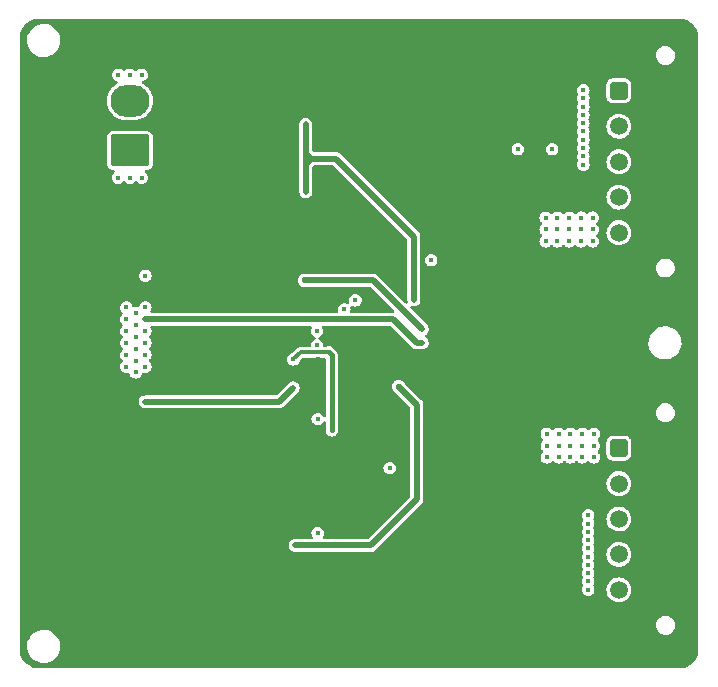
<source format=gbr>
G04 #@! TF.GenerationSoftware,KiCad,Pcbnew,(6.0.0)*
G04 #@! TF.CreationDate,2022-01-13T15:02:59+08:00*
G04 #@! TF.ProjectId,Dual-Power,4475616c-2d50-46f7-9765-722e6b696361,rev?*
G04 #@! TF.SameCoordinates,Original*
G04 #@! TF.FileFunction,Copper,L3,Inr*
G04 #@! TF.FilePolarity,Positive*
%FSLAX46Y46*%
G04 Gerber Fmt 4.6, Leading zero omitted, Abs format (unit mm)*
G04 Created by KiCad (PCBNEW (6.0.0)) date 2022-01-13 15:02:59*
%MOMM*%
%LPD*%
G01*
G04 APERTURE LIST*
G04 Aperture macros list*
%AMRoundRect*
0 Rectangle with rounded corners*
0 $1 Rounding radius*
0 $2 $3 $4 $5 $6 $7 $8 $9 X,Y pos of 4 corners*
0 Add a 4 corners polygon primitive as box body*
4,1,4,$2,$3,$4,$5,$6,$7,$8,$9,$2,$3,0*
0 Add four circle primitives for the rounded corners*
1,1,$1+$1,$2,$3*
1,1,$1+$1,$4,$5*
1,1,$1+$1,$6,$7*
1,1,$1+$1,$8,$9*
0 Add four rect primitives between the rounded corners*
20,1,$1+$1,$2,$3,$4,$5,0*
20,1,$1+$1,$4,$5,$6,$7,0*
20,1,$1+$1,$6,$7,$8,$9,0*
20,1,$1+$1,$8,$9,$2,$3,0*%
G04 Aperture macros list end*
G04 #@! TA.AperFunction,ComponentPad*
%ADD10RoundRect,0.250000X-0.500000X0.500000X-0.500000X-0.500000X0.500000X-0.500000X0.500000X0.500000X0*%
G04 #@! TD*
G04 #@! TA.AperFunction,ComponentPad*
%ADD11C,1.500000*%
G04 #@! TD*
G04 #@! TA.AperFunction,ComponentPad*
%ADD12RoundRect,0.250001X1.399999X-1.099999X1.399999X1.099999X-1.399999X1.099999X-1.399999X-1.099999X0*%
G04 #@! TD*
G04 #@! TA.AperFunction,ComponentPad*
%ADD13O,3.300000X2.700000*%
G04 #@! TD*
G04 #@! TA.AperFunction,ViaPad*
%ADD14C,0.500000*%
G04 #@! TD*
G04 #@! TA.AperFunction,ViaPad*
%ADD15C,0.450000*%
G04 #@! TD*
G04 #@! TA.AperFunction,ViaPad*
%ADD16C,0.550000*%
G04 #@! TD*
G04 #@! TA.AperFunction,Conductor*
%ADD17C,0.500000*%
G04 #@! TD*
G04 #@! TA.AperFunction,Conductor*
%ADD18C,0.400000*%
G04 #@! TD*
G04 #@! TA.AperFunction,Conductor*
%ADD19C,0.300000*%
G04 #@! TD*
G04 APERTURE END LIST*
D10*
G04 #@! TO.N,Vout1(12V)*
G04 #@! TO.C,J1*
X163500000Y-65860000D03*
D11*
X163500000Y-68860000D03*
X163500000Y-71860000D03*
X163500000Y-74860000D03*
X163500000Y-77860000D03*
G04 #@! TO.N,GND*
X166500000Y-65860000D03*
X166500000Y-68860000D03*
X166500000Y-71860000D03*
X166500000Y-74860000D03*
X166500000Y-77860000D03*
G04 #@! TD*
D10*
G04 #@! TO.N,Vout2(-12V)*
G04 #@! TO.C,J2*
X163500000Y-96110000D03*
D11*
X163500000Y-99110000D03*
X163500000Y-102110000D03*
X163500000Y-105110000D03*
X163500000Y-108110000D03*
G04 #@! TO.N,GND*
X166500000Y-96110000D03*
X166500000Y-99110000D03*
X166500000Y-102110000D03*
X166500000Y-105110000D03*
X166500000Y-108110000D03*
G04 #@! TD*
D12*
G04 #@! TO.N,VIN*
G04 #@! TO.C,J3*
X122100000Y-70900000D03*
D13*
X122100000Y-66700000D03*
G04 #@! TO.N,GND*
X116600000Y-70900000D03*
X116600000Y-66700000D03*
G04 #@! TD*
D14*
G04 #@! TO.N,GND*
X142400000Y-86160000D03*
X143200000Y-86160000D03*
X144000000Y-86160000D03*
X141600000Y-86960000D03*
X142400000Y-86960000D03*
X143200000Y-86960000D03*
X144000000Y-86960000D03*
X141600000Y-87760000D03*
X142400000Y-87760000D03*
X143200000Y-87760000D03*
X144000000Y-87760000D03*
X141600000Y-88560000D03*
X142400000Y-88560000D03*
X143200000Y-88560000D03*
X144000000Y-88560000D03*
D15*
X169400000Y-61800000D03*
X167400000Y-60700000D03*
X169400000Y-60700000D03*
X168400000Y-60700000D03*
X165400000Y-60700000D03*
X166400000Y-60700000D03*
X165400000Y-113800000D03*
X166400000Y-113800000D03*
X169400000Y-113800000D03*
X167400000Y-113800000D03*
X168400000Y-113800000D03*
X117400000Y-60700000D03*
X118400000Y-60700000D03*
X119400000Y-60700000D03*
X120400000Y-60700000D03*
X121400000Y-60700000D03*
X122400000Y-60700000D03*
X123400000Y-60700000D03*
X124400000Y-60700000D03*
X125400000Y-60700000D03*
X126400000Y-60700000D03*
X127400000Y-60700000D03*
X128400000Y-60700000D03*
X129400000Y-60700000D03*
X130400000Y-60700000D03*
X131400000Y-60700000D03*
X132400000Y-60700000D03*
X133400000Y-60700000D03*
X134400000Y-60700000D03*
X135400000Y-60700000D03*
X136400000Y-60700000D03*
X137400000Y-60700000D03*
X138400000Y-60700000D03*
X139400000Y-60700000D03*
X140400000Y-60700000D03*
X141400000Y-60700000D03*
X142400000Y-60700000D03*
X143400000Y-60700000D03*
X144400000Y-60700000D03*
X145400000Y-60700000D03*
X146400000Y-60700000D03*
X147400000Y-60700000D03*
X148400000Y-60700000D03*
X149400000Y-60700000D03*
X150400000Y-60700000D03*
X151400000Y-60700000D03*
X152400000Y-60700000D03*
X153400000Y-60700000D03*
X154400000Y-60700000D03*
X155400000Y-60700000D03*
X156400000Y-60700000D03*
X157400000Y-60700000D03*
X158400000Y-60700000D03*
X159400000Y-60700000D03*
X160400000Y-60700000D03*
X161400000Y-60700000D03*
X162400000Y-60700000D03*
X163400000Y-60700000D03*
X164400000Y-60700000D03*
X142400000Y-113800000D03*
X128400000Y-113800000D03*
X144400000Y-113800000D03*
X136400000Y-113800000D03*
X134400000Y-113800000D03*
X152400000Y-113800000D03*
X119400000Y-113800000D03*
X129400000Y-113800000D03*
X124400000Y-113800000D03*
X123400000Y-113800000D03*
X118400000Y-113800000D03*
X125400000Y-113800000D03*
X117400000Y-113800000D03*
X137400000Y-113800000D03*
X138400000Y-113800000D03*
X121400000Y-113800000D03*
X141400000Y-113800000D03*
X143400000Y-113800000D03*
X146400000Y-113800000D03*
X149400000Y-113800000D03*
X120400000Y-113800000D03*
X150400000Y-113800000D03*
X151400000Y-113800000D03*
X154400000Y-113800000D03*
X155400000Y-113800000D03*
X147400000Y-113800000D03*
X158400000Y-113800000D03*
X139400000Y-113800000D03*
X159400000Y-113800000D03*
X132400000Y-113800000D03*
X160400000Y-113800000D03*
X161400000Y-113800000D03*
X145400000Y-113800000D03*
X133400000Y-113800000D03*
X130400000Y-113800000D03*
X148400000Y-113800000D03*
X153400000Y-113800000D03*
X122400000Y-113800000D03*
X126400000Y-113800000D03*
X156400000Y-113800000D03*
X157400000Y-113800000D03*
X127400000Y-113800000D03*
X135400000Y-113800000D03*
X131400000Y-113800000D03*
X140400000Y-113800000D03*
X163400000Y-113800000D03*
X164400000Y-113800000D03*
X162400000Y-113800000D03*
X169400000Y-83900000D03*
X169400000Y-72900000D03*
X169400000Y-101900000D03*
X169400000Y-96900000D03*
X169400000Y-86900000D03*
X169400000Y-100900000D03*
X169400000Y-69900000D03*
X169400000Y-91900000D03*
X169400000Y-105900000D03*
X169400000Y-73900000D03*
X169400001Y-107900000D03*
X169400000Y-95900000D03*
X169400001Y-84900000D03*
X169400001Y-103900000D03*
X169400000Y-104900000D03*
X169400000Y-74900000D03*
X169400000Y-108900000D03*
X169400000Y-81900000D03*
X169400000Y-68900000D03*
X169400000Y-88900000D03*
X169400001Y-75900000D03*
X169400000Y-97900000D03*
X169400000Y-76900000D03*
X169400000Y-90900000D03*
X169400000Y-99900000D03*
X169400000Y-67900000D03*
X169400001Y-98900000D03*
X169400000Y-63900000D03*
X169400000Y-106900000D03*
X169400001Y-66900000D03*
X169400001Y-70900000D03*
X169400001Y-93900000D03*
X169400001Y-102900000D03*
X169400001Y-94900000D03*
X169400000Y-65900000D03*
X169400001Y-71900000D03*
X169400000Y-79900000D03*
X169400000Y-85900000D03*
X169400000Y-92900000D03*
X169400001Y-80900000D03*
X169400000Y-64900000D03*
X169400000Y-77900000D03*
X169400001Y-89900000D03*
X169400001Y-112900000D03*
X169400000Y-87900000D03*
X169400000Y-111900000D03*
X169400000Y-78900000D03*
X169400000Y-110900000D03*
X169400001Y-62900000D03*
X169400000Y-109900000D03*
X169400000Y-82900000D03*
D14*
X141600000Y-86160000D03*
D15*
X133750000Y-87500000D03*
X138000000Y-88600000D03*
X140600000Y-89930000D03*
X140100000Y-94350000D03*
X133750000Y-86850000D03*
X133750000Y-88150000D03*
X133750000Y-86200000D03*
G04 #@! TO.N,VIN*
X123400000Y-84200000D03*
X123400000Y-85200000D03*
X123400000Y-86200000D03*
X123400000Y-87200000D03*
X123400000Y-88200000D03*
X123400000Y-89200000D03*
X121800000Y-86200000D03*
X121800000Y-87200000D03*
X122600000Y-88700000D03*
X121800000Y-89200000D03*
X121800000Y-84200000D03*
X121800000Y-85200000D03*
X122600000Y-89700000D03*
X122600000Y-84700000D03*
X122600000Y-86700000D03*
X122600000Y-87700000D03*
X122600000Y-85700000D03*
X121800000Y-88200000D03*
X123100000Y-73199999D03*
X121100000Y-73200000D03*
X122100000Y-73200000D03*
X121100000Y-64500000D03*
X123100000Y-64499999D03*
X122100000Y-64500000D03*
X123400000Y-81500000D03*
X146849982Y-87199990D03*
X135910016Y-91010014D03*
X123400000Y-92200000D03*
G04 #@! TO.N,INTVcc*
X135950000Y-88600000D03*
X138950000Y-88000000D03*
X139200000Y-94600000D03*
G04 #@! TO.N,Vout2(-12V)*
X160400000Y-96900000D03*
X157400000Y-96900000D03*
X161400000Y-96900000D03*
X158400000Y-96900000D03*
X159400000Y-96900000D03*
X158400000Y-94900000D03*
X159400000Y-95900000D03*
X158400000Y-95900000D03*
X161400000Y-94900000D03*
X159400000Y-94900000D03*
X157400000Y-95900000D03*
X157400000Y-94900000D03*
X160400000Y-95900000D03*
X161400000Y-95900000D03*
X160400000Y-94900000D03*
X160900000Y-105300000D03*
X160900000Y-106700000D03*
X160900000Y-101800000D03*
X160900000Y-108100000D03*
X160900000Y-103200000D03*
X160900000Y-107400000D03*
X160900000Y-106000000D03*
X160900000Y-104600000D03*
X160900000Y-103900000D03*
X160900000Y-102500000D03*
X144099998Y-97800001D03*
G04 #@! TO.N,Net-(C23-Pad1)*
X147600000Y-80200000D03*
G04 #@! TO.N,Vout1(12V)*
X160500000Y-65800000D03*
X160500000Y-68600000D03*
X160500000Y-67900000D03*
X160500000Y-67200000D03*
X160500000Y-66500000D03*
X160500000Y-69300000D03*
X160500000Y-70000000D03*
X160500000Y-71400000D03*
X160500000Y-70700000D03*
X160500000Y-72100000D03*
X158300000Y-76600000D03*
X159300000Y-76600000D03*
X160300000Y-76600000D03*
X161300000Y-76600000D03*
X157300000Y-77600000D03*
X158300000Y-77600000D03*
X159300000Y-77600000D03*
X160300000Y-77600000D03*
X161300000Y-77600000D03*
X157300000Y-78600000D03*
X158300000Y-78600000D03*
X159300000Y-78600000D03*
X160300000Y-78600000D03*
X161300000Y-78600000D03*
X157300000Y-76600000D03*
X157850000Y-70800000D03*
X140250000Y-84350000D03*
G04 #@! TO.N,Net-(C25-Pad1)*
X154950000Y-70800000D03*
X141200000Y-83600000D03*
G04 #@! TO.N,Net-(D1-Pad2)*
X137940000Y-86200000D03*
G04 #@! TO.N,Net-(D2-Pad2)*
X137940000Y-87410000D03*
G04 #@! TO.N,Net-(Q1-Pad4)*
X136100000Y-104350000D03*
D16*
X144850000Y-90900000D03*
D15*
G04 #@! TO.N,Net-(Q1-Pad1)*
X138000000Y-93650000D03*
X138000000Y-103300000D03*
G04 #@! TO.N,Net-(Q2-Pad4)*
X146850000Y-86050000D03*
D16*
X136900000Y-81900000D03*
D15*
G04 #@! TO.N,Net-(Q3-Pad4)*
X137000000Y-68700000D03*
X137000000Y-74400000D03*
X146150001Y-83550005D03*
G04 #@! TD*
D17*
G04 #@! TO.N,VIN*
X123400000Y-92200000D02*
X134720030Y-92200000D01*
X146399990Y-87199990D02*
X146849982Y-87199990D01*
X144400000Y-85200000D02*
X146399990Y-87199990D01*
X123400000Y-85200000D02*
X144400000Y-85200000D01*
X134720030Y-92200000D02*
X135910016Y-91010014D01*
D18*
G04 #@! TO.N,INTVcc*
X139200000Y-88250000D02*
X139200000Y-94600000D01*
D19*
X136550000Y-88000000D02*
X135950000Y-88600000D01*
D18*
X138950000Y-88000000D02*
X139200000Y-88250000D01*
D19*
X138950000Y-88000000D02*
X136550000Y-88000000D01*
D17*
G04 #@! TO.N,Net-(Q1-Pad4)*
X136100000Y-104350000D02*
X142500000Y-104350000D01*
X146400000Y-92450000D02*
X144850000Y-90900000D01*
X146400000Y-100450000D02*
X146400000Y-92450000D01*
X142500000Y-104350000D02*
X146400000Y-100450000D01*
G04 #@! TO.N,Net-(Q2-Pad4)*
X142700000Y-81900000D02*
X146850000Y-86050000D01*
X136900000Y-81900000D02*
X142700000Y-81900000D01*
G04 #@! TO.N,Net-(Q3-Pad4)*
X137450000Y-71600000D02*
X137000000Y-72050000D01*
X137000000Y-71600000D02*
X137000000Y-74400000D01*
X137550000Y-71600000D02*
X139550000Y-71600000D01*
X137000000Y-71600000D02*
X137550000Y-71600000D01*
X137450000Y-71600000D02*
X137000000Y-71150000D01*
X137000000Y-68700000D02*
X137000000Y-71150000D01*
X137550000Y-71600000D02*
X137450000Y-71600000D01*
X137000000Y-71150000D02*
X137000000Y-71600000D01*
X139550000Y-71600000D02*
X146150001Y-78200001D01*
X146150001Y-78200001D02*
X146150001Y-83550005D01*
G04 #@! TD*
G04 #@! TA.AperFunction,Conductor*
G04 #@! TO.N,GND*
G36*
X169131133Y-59810925D02*
G01*
X169215545Y-59848916D01*
X169228804Y-59855874D01*
X169443324Y-59985555D01*
X169455647Y-59994061D01*
X169652968Y-60148652D01*
X169664176Y-60158582D01*
X169841418Y-60335824D01*
X169851348Y-60347032D01*
X170005939Y-60544353D01*
X170014443Y-60556674D01*
X170075769Y-60658119D01*
X170144126Y-60771196D01*
X170151084Y-60784455D01*
X170189075Y-60868867D01*
X170200000Y-60919758D01*
X170200000Y-113580242D01*
X170189075Y-113631133D01*
X170151084Y-113715545D01*
X170144126Y-113728804D01*
X170084680Y-113827141D01*
X170038403Y-113903693D01*
X170014445Y-113943324D01*
X170005939Y-113955647D01*
X169851348Y-114152968D01*
X169841418Y-114164176D01*
X169664176Y-114341418D01*
X169652968Y-114351348D01*
X169455647Y-114505939D01*
X169443324Y-114514445D01*
X169228804Y-114644126D01*
X169215545Y-114651084D01*
X169131133Y-114689075D01*
X169080242Y-114700000D01*
X113919758Y-114700000D01*
X113868867Y-114689075D01*
X113784455Y-114651084D01*
X113771196Y-114644126D01*
X113556676Y-114514445D01*
X113544353Y-114505939D01*
X113347032Y-114351348D01*
X113335824Y-114341418D01*
X113158582Y-114164176D01*
X113148652Y-114152968D01*
X112994061Y-113955647D01*
X112985555Y-113943324D01*
X112961598Y-113903693D01*
X112915320Y-113827141D01*
X112855874Y-113728804D01*
X112848916Y-113715545D01*
X112810925Y-113631133D01*
X112800000Y-113580242D01*
X112800000Y-112833789D01*
X113395996Y-112833789D01*
X113404913Y-113071295D01*
X113405990Y-113076430D01*
X113405991Y-113076435D01*
X113437477Y-113226494D01*
X113453719Y-113303904D01*
X113541020Y-113524963D01*
X113543741Y-113529447D01*
X113543743Y-113529451D01*
X113611233Y-113640670D01*
X113664319Y-113728153D01*
X113820090Y-113907664D01*
X114003880Y-114058362D01*
X114008441Y-114060958D01*
X114008442Y-114060959D01*
X114205875Y-114173345D01*
X114205880Y-114173347D01*
X114210433Y-114175939D01*
X114433844Y-114257034D01*
X114667725Y-114299326D01*
X114692619Y-114300500D01*
X114859680Y-114300500D01*
X114862296Y-114300278D01*
X114862297Y-114300278D01*
X115031590Y-114285913D01*
X115036823Y-114285469D01*
X115266874Y-114225760D01*
X115483576Y-114128143D01*
X115680732Y-113995409D01*
X115852705Y-113831355D01*
X115994579Y-113640670D01*
X116025302Y-113580242D01*
X116099913Y-113433493D01*
X116099915Y-113433488D01*
X116102295Y-113428807D01*
X116172775Y-113201824D01*
X116204004Y-112966211D01*
X116195087Y-112728705D01*
X116189442Y-112701798D01*
X116147361Y-112501242D01*
X116147360Y-112501239D01*
X116146281Y-112496096D01*
X116058980Y-112275037D01*
X115991607Y-112164009D01*
X115938408Y-112076341D01*
X115935681Y-112071847D01*
X115795336Y-111910113D01*
X115783356Y-111896307D01*
X115783355Y-111896306D01*
X115779910Y-111892336D01*
X115596120Y-111741638D01*
X115478687Y-111674791D01*
X115394125Y-111626655D01*
X115394120Y-111626653D01*
X115389567Y-111624061D01*
X115166156Y-111542966D01*
X114932275Y-111500674D01*
X114907381Y-111499500D01*
X114740320Y-111499500D01*
X114737704Y-111499722D01*
X114737703Y-111499722D01*
X114726484Y-111500674D01*
X114563177Y-111514531D01*
X114333126Y-111574240D01*
X114116424Y-111671857D01*
X113919268Y-111804591D01*
X113747295Y-111968645D01*
X113605421Y-112159330D01*
X113603042Y-112164008D01*
X113603042Y-112164009D01*
X113548875Y-112270549D01*
X113497705Y-112371193D01*
X113427225Y-112598176D01*
X113426534Y-112603386D01*
X113426534Y-112603388D01*
X113411139Y-112719543D01*
X113395996Y-112833789D01*
X112800000Y-112833789D01*
X112800000Y-111104376D01*
X166634455Y-111104376D01*
X166635179Y-111111265D01*
X166635179Y-111111268D01*
X166652502Y-111276087D01*
X166653227Y-111282983D01*
X166711103Y-111452993D01*
X166805206Y-111605955D01*
X166930859Y-111734268D01*
X167081817Y-111831554D01*
X167149994Y-111856368D01*
X167244063Y-111890607D01*
X167244065Y-111890608D01*
X167250578Y-111892978D01*
X167308253Y-111900264D01*
X167385417Y-111910012D01*
X167385423Y-111910012D01*
X167389283Y-111910500D01*
X167485155Y-111910500D01*
X167488602Y-111910113D01*
X167488608Y-111910113D01*
X167611581Y-111896319D01*
X167618472Y-111895546D01*
X167788073Y-111836485D01*
X167940375Y-111741316D01*
X168058451Y-111624061D01*
X168062890Y-111619653D01*
X168062891Y-111619652D01*
X168067807Y-111614770D01*
X168164037Y-111463136D01*
X168169984Y-111446436D01*
X168221957Y-111300479D01*
X168221958Y-111300475D01*
X168224281Y-111293951D01*
X168245545Y-111115624D01*
X168243640Y-111097494D01*
X168227498Y-110943913D01*
X168227498Y-110943911D01*
X168226773Y-110937017D01*
X168168897Y-110767007D01*
X168074794Y-110614045D01*
X167949141Y-110485732D01*
X167798183Y-110388446D01*
X167730006Y-110363632D01*
X167635937Y-110329393D01*
X167635935Y-110329392D01*
X167629422Y-110327022D01*
X167571747Y-110319736D01*
X167494583Y-110309988D01*
X167494577Y-110309988D01*
X167490717Y-110309500D01*
X167394845Y-110309500D01*
X167391398Y-110309887D01*
X167391392Y-110309887D01*
X167268419Y-110323681D01*
X167261528Y-110324454D01*
X167091927Y-110383515D01*
X166939625Y-110478684D01*
X166812193Y-110605230D01*
X166715963Y-110756864D01*
X166713636Y-110763399D01*
X166658043Y-110919521D01*
X166658042Y-110919525D01*
X166655719Y-110926049D01*
X166634455Y-111104376D01*
X112800000Y-111104376D01*
X112800000Y-108100000D01*
X160369965Y-108100000D01*
X160388026Y-108237183D01*
X160391137Y-108244694D01*
X160391138Y-108244697D01*
X160426046Y-108328973D01*
X160440976Y-108365017D01*
X160525209Y-108474791D01*
X160634982Y-108559024D01*
X160642490Y-108562134D01*
X160642492Y-108562135D01*
X160678980Y-108577248D01*
X160762817Y-108611974D01*
X160900000Y-108630035D01*
X161037183Y-108611974D01*
X161121020Y-108577248D01*
X161157508Y-108562135D01*
X161157510Y-108562134D01*
X161165018Y-108559024D01*
X161274791Y-108474791D01*
X161359024Y-108365017D01*
X161373954Y-108328973D01*
X161408862Y-108244697D01*
X161408863Y-108244694D01*
X161411974Y-108237183D01*
X161430035Y-108100000D01*
X161429411Y-108095262D01*
X162444520Y-108095262D01*
X162461759Y-108300553D01*
X162518544Y-108498586D01*
X162612712Y-108681818D01*
X162616480Y-108686572D01*
X162645402Y-108723062D01*
X162740677Y-108843270D01*
X162745296Y-108847201D01*
X162892950Y-108972865D01*
X162892955Y-108972869D01*
X162897564Y-108976791D01*
X163077398Y-109077297D01*
X163273329Y-109140959D01*
X163279347Y-109141677D01*
X163279349Y-109141677D01*
X163421410Y-109158616D01*
X163477894Y-109165351D01*
X163483938Y-109164886D01*
X163483939Y-109164886D01*
X163545266Y-109160167D01*
X163683300Y-109149546D01*
X163768596Y-109125731D01*
X163875885Y-109095776D01*
X163875889Y-109095774D01*
X163881725Y-109094145D01*
X164065610Y-109001258D01*
X164227951Y-108874424D01*
X164231907Y-108869840D01*
X164231911Y-108869837D01*
X164358602Y-108723062D01*
X164362564Y-108718472D01*
X164383387Y-108681818D01*
X164461327Y-108544618D01*
X164464323Y-108539344D01*
X164529351Y-108343863D01*
X164534823Y-108300553D01*
X164554736Y-108142919D01*
X164554736Y-108142915D01*
X164555171Y-108139474D01*
X164555583Y-108110000D01*
X164553547Y-108089232D01*
X164536072Y-107911006D01*
X164536072Y-107911004D01*
X164535480Y-107904970D01*
X164475935Y-107707749D01*
X164389240Y-107544697D01*
X164382065Y-107531203D01*
X164382064Y-107531201D01*
X164379218Y-107525849D01*
X164249011Y-107366200D01*
X164090275Y-107234882D01*
X163999665Y-107185889D01*
X163914393Y-107139783D01*
X163914391Y-107139782D01*
X163909055Y-107136897D01*
X163899991Y-107134091D01*
X163718046Y-107077770D01*
X163718047Y-107077770D01*
X163712254Y-107075977D01*
X163507369Y-107054443D01*
X163501336Y-107054992D01*
X163501332Y-107054992D01*
X163375721Y-107066424D01*
X163302203Y-107073114D01*
X163296390Y-107074825D01*
X163296389Y-107074825D01*
X163110392Y-107129567D01*
X163104572Y-107131280D01*
X163083122Y-107142494D01*
X162927374Y-107223917D01*
X162927370Y-107223920D01*
X162922002Y-107226726D01*
X162917279Y-107230523D01*
X162917278Y-107230524D01*
X162877114Y-107262817D01*
X162761447Y-107355815D01*
X162629024Y-107513630D01*
X162529776Y-107694162D01*
X162467484Y-107890532D01*
X162444520Y-108095262D01*
X161429411Y-108095262D01*
X161411974Y-107962817D01*
X161390514Y-107911006D01*
X161362135Y-107842494D01*
X161359024Y-107834983D01*
X161354075Y-107828533D01*
X161354073Y-107828530D01*
X161351740Y-107825489D01*
X161350568Y-107822458D01*
X161350011Y-107821493D01*
X161350161Y-107821406D01*
X161326543Y-107760321D01*
X161340580Y-107691876D01*
X161351740Y-107674511D01*
X161354073Y-107671470D01*
X161354075Y-107671467D01*
X161359024Y-107665017D01*
X161411974Y-107537183D01*
X161430035Y-107400000D01*
X161411974Y-107262817D01*
X161359024Y-107134983D01*
X161354075Y-107128533D01*
X161354073Y-107128530D01*
X161351740Y-107125489D01*
X161350568Y-107122458D01*
X161350011Y-107121493D01*
X161350161Y-107121406D01*
X161326543Y-107060321D01*
X161340580Y-106991876D01*
X161351740Y-106974511D01*
X161354073Y-106971470D01*
X161354075Y-106971467D01*
X161359024Y-106965017D01*
X161411974Y-106837183D01*
X161430035Y-106700000D01*
X161411974Y-106562817D01*
X161359024Y-106434983D01*
X161354075Y-106428533D01*
X161354073Y-106428530D01*
X161351740Y-106425489D01*
X161350568Y-106422458D01*
X161350011Y-106421493D01*
X161350161Y-106421406D01*
X161326543Y-106360321D01*
X161340580Y-106291876D01*
X161351740Y-106274511D01*
X161354073Y-106271470D01*
X161354075Y-106271467D01*
X161359024Y-106265017D01*
X161411974Y-106137183D01*
X161430035Y-106000000D01*
X161411974Y-105862817D01*
X161403878Y-105843270D01*
X161362135Y-105742494D01*
X161359024Y-105734983D01*
X161354075Y-105728533D01*
X161354073Y-105728530D01*
X161351740Y-105725489D01*
X161350568Y-105722458D01*
X161350011Y-105721493D01*
X161350161Y-105721406D01*
X161326543Y-105660321D01*
X161340580Y-105591876D01*
X161351740Y-105574511D01*
X161354073Y-105571470D01*
X161354075Y-105571467D01*
X161359024Y-105565017D01*
X161411974Y-105437183D01*
X161430035Y-105300000D01*
X161411974Y-105162817D01*
X161400869Y-105136005D01*
X161383992Y-105095262D01*
X162444520Y-105095262D01*
X162461759Y-105300553D01*
X162518544Y-105498586D01*
X162612712Y-105681818D01*
X162616480Y-105686572D01*
X162645402Y-105723062D01*
X162740677Y-105843270D01*
X162745296Y-105847201D01*
X162892950Y-105972865D01*
X162892955Y-105972869D01*
X162897564Y-105976791D01*
X163077398Y-106077297D01*
X163222785Y-106124536D01*
X163261708Y-106137183D01*
X163273329Y-106140959D01*
X163279347Y-106141677D01*
X163279349Y-106141677D01*
X163421410Y-106158616D01*
X163477894Y-106165351D01*
X163483938Y-106164886D01*
X163483939Y-106164886D01*
X163545266Y-106160167D01*
X163683300Y-106149546D01*
X163768596Y-106125731D01*
X163875885Y-106095776D01*
X163875889Y-106095774D01*
X163881725Y-106094145D01*
X164065610Y-106001258D01*
X164227951Y-105874424D01*
X164231907Y-105869840D01*
X164231911Y-105869837D01*
X164358602Y-105723062D01*
X164362564Y-105718472D01*
X164368443Y-105708124D01*
X164461327Y-105544618D01*
X164464323Y-105539344D01*
X164529351Y-105343863D01*
X164534823Y-105300553D01*
X164554736Y-105142919D01*
X164554736Y-105142915D01*
X164555171Y-105139474D01*
X164555583Y-105110000D01*
X164546905Y-105021493D01*
X164536072Y-104911006D01*
X164536072Y-104911004D01*
X164535480Y-104904970D01*
X164517357Y-104844943D01*
X164477688Y-104713555D01*
X164475935Y-104707749D01*
X164414359Y-104591941D01*
X164382065Y-104531203D01*
X164382064Y-104531201D01*
X164379218Y-104525849D01*
X164249011Y-104366200D01*
X164231864Y-104352015D01*
X164094946Y-104238746D01*
X164094945Y-104238745D01*
X164090275Y-104234882D01*
X163909055Y-104136897D01*
X163899991Y-104134091D01*
X163718046Y-104077770D01*
X163718047Y-104077770D01*
X163712254Y-104075977D01*
X163507369Y-104054443D01*
X163501336Y-104054992D01*
X163501332Y-104054992D01*
X163375721Y-104066424D01*
X163302203Y-104073114D01*
X163296390Y-104074825D01*
X163296389Y-104074825D01*
X163110392Y-104129567D01*
X163104572Y-104131280D01*
X163054407Y-104157506D01*
X162927374Y-104223917D01*
X162927370Y-104223920D01*
X162922002Y-104226726D01*
X162917279Y-104230523D01*
X162917278Y-104230524D01*
X162905892Y-104239679D01*
X162761447Y-104355815D01*
X162629024Y-104513630D01*
X162529776Y-104694162D01*
X162527942Y-104699944D01*
X162527941Y-104699946D01*
X162471271Y-104878594D01*
X162467484Y-104890532D01*
X162444520Y-105095262D01*
X161383992Y-105095262D01*
X161362135Y-105042494D01*
X161359024Y-105034983D01*
X161354075Y-105028533D01*
X161354073Y-105028530D01*
X161351740Y-105025489D01*
X161350568Y-105022458D01*
X161350011Y-105021493D01*
X161350161Y-105021406D01*
X161326543Y-104960321D01*
X161340580Y-104891876D01*
X161351740Y-104874511D01*
X161354073Y-104871470D01*
X161354075Y-104871467D01*
X161359024Y-104865017D01*
X161395003Y-104778156D01*
X161408862Y-104744697D01*
X161408863Y-104744694D01*
X161411974Y-104737183D01*
X161430035Y-104600000D01*
X161411974Y-104462817D01*
X161359024Y-104334983D01*
X161354075Y-104328533D01*
X161354073Y-104328530D01*
X161351740Y-104325489D01*
X161350568Y-104322458D01*
X161350011Y-104321493D01*
X161350161Y-104321406D01*
X161326543Y-104260321D01*
X161340580Y-104191876D01*
X161351740Y-104174511D01*
X161354073Y-104171470D01*
X161354075Y-104171467D01*
X161359024Y-104165017D01*
X161391892Y-104085666D01*
X161408862Y-104044697D01*
X161408863Y-104044694D01*
X161411974Y-104037183D01*
X161430035Y-103900000D01*
X161411974Y-103762817D01*
X161359024Y-103634983D01*
X161354075Y-103628533D01*
X161354073Y-103628530D01*
X161351740Y-103625489D01*
X161350568Y-103622458D01*
X161350011Y-103621493D01*
X161350161Y-103621406D01*
X161326543Y-103560321D01*
X161340580Y-103491876D01*
X161351740Y-103474511D01*
X161354073Y-103471470D01*
X161354075Y-103471467D01*
X161359024Y-103465017D01*
X161411974Y-103337183D01*
X161430035Y-103200000D01*
X161411974Y-103062817D01*
X161397775Y-103028536D01*
X161362135Y-102942494D01*
X161359024Y-102934983D01*
X161354075Y-102928533D01*
X161354073Y-102928530D01*
X161351740Y-102925489D01*
X161350568Y-102922458D01*
X161350011Y-102921493D01*
X161350161Y-102921406D01*
X161326543Y-102860321D01*
X161340580Y-102791876D01*
X161351740Y-102774511D01*
X161354073Y-102771470D01*
X161354075Y-102771467D01*
X161359024Y-102765017D01*
X161411974Y-102637183D01*
X161430035Y-102500000D01*
X161411974Y-102362817D01*
X161401633Y-102337850D01*
X161362135Y-102242494D01*
X161359024Y-102234983D01*
X161354075Y-102228533D01*
X161354073Y-102228530D01*
X161351740Y-102225489D01*
X161350568Y-102222458D01*
X161350011Y-102221493D01*
X161350161Y-102221406D01*
X161326543Y-102160321D01*
X161339886Y-102095262D01*
X162444520Y-102095262D01*
X162461759Y-102300553D01*
X162518544Y-102498586D01*
X162612712Y-102681818D01*
X162616480Y-102686572D01*
X162699359Y-102791139D01*
X162740677Y-102843270D01*
X162745296Y-102847201D01*
X162892950Y-102972865D01*
X162892955Y-102972869D01*
X162897564Y-102976791D01*
X163077398Y-103077297D01*
X163273329Y-103140959D01*
X163279347Y-103141677D01*
X163279349Y-103141677D01*
X163393626Y-103155303D01*
X163477894Y-103165351D01*
X163483938Y-103164886D01*
X163483939Y-103164886D01*
X163545266Y-103160167D01*
X163683300Y-103149546D01*
X163768596Y-103125731D01*
X163875885Y-103095776D01*
X163875889Y-103095774D01*
X163881725Y-103094145D01*
X164065610Y-103001258D01*
X164227951Y-102874424D01*
X164231907Y-102869840D01*
X164231911Y-102869837D01*
X164358602Y-102723062D01*
X164362564Y-102718472D01*
X164383387Y-102681818D01*
X164461327Y-102544618D01*
X164464323Y-102539344D01*
X164523046Y-102362817D01*
X164527439Y-102349611D01*
X164527439Y-102349610D01*
X164529351Y-102343863D01*
X164534823Y-102300553D01*
X164554736Y-102142919D01*
X164554736Y-102142915D01*
X164555171Y-102139474D01*
X164555583Y-102110000D01*
X164551805Y-102071470D01*
X164536072Y-101911006D01*
X164536072Y-101911004D01*
X164535480Y-101904970D01*
X164475935Y-101707749D01*
X164379218Y-101525849D01*
X164249011Y-101366200D01*
X164224503Y-101345925D01*
X164094946Y-101238746D01*
X164094945Y-101238745D01*
X164090275Y-101234882D01*
X163909055Y-101136897D01*
X163899991Y-101134091D01*
X163718046Y-101077770D01*
X163718047Y-101077770D01*
X163712254Y-101075977D01*
X163507369Y-101054443D01*
X163501336Y-101054992D01*
X163501332Y-101054992D01*
X163375721Y-101066424D01*
X163302203Y-101073114D01*
X163296390Y-101074825D01*
X163296389Y-101074825D01*
X163292475Y-101075977D01*
X163104572Y-101131280D01*
X163020819Y-101175065D01*
X162927374Y-101223917D01*
X162927370Y-101223920D01*
X162922002Y-101226726D01*
X162917279Y-101230523D01*
X162917278Y-101230524D01*
X162773748Y-101345925D01*
X162761447Y-101355815D01*
X162629024Y-101513630D01*
X162529776Y-101694162D01*
X162467484Y-101890532D01*
X162463156Y-101929120D01*
X162446390Y-102078594D01*
X162444520Y-102095262D01*
X161339886Y-102095262D01*
X161340580Y-102091876D01*
X161351740Y-102074511D01*
X161354073Y-102071470D01*
X161354075Y-102071467D01*
X161359024Y-102065017D01*
X161411974Y-101937183D01*
X161430035Y-101800000D01*
X161411974Y-101662817D01*
X161359024Y-101534983D01*
X161274791Y-101425209D01*
X161165018Y-101340976D01*
X161157510Y-101337866D01*
X161157508Y-101337865D01*
X161121020Y-101322752D01*
X161037183Y-101288026D01*
X160900000Y-101269965D01*
X160762817Y-101288026D01*
X160755306Y-101291137D01*
X160755303Y-101291138D01*
X160755301Y-101291139D01*
X160634983Y-101340976D01*
X160525209Y-101425209D01*
X160440976Y-101534983D01*
X160388026Y-101662817D01*
X160369965Y-101800000D01*
X160388026Y-101937183D01*
X160440976Y-102065017D01*
X160445925Y-102071467D01*
X160445927Y-102071470D01*
X160448260Y-102074511D01*
X160449432Y-102077542D01*
X160449989Y-102078507D01*
X160449839Y-102078594D01*
X160473457Y-102139679D01*
X160459420Y-102208124D01*
X160448260Y-102225489D01*
X160445927Y-102228530D01*
X160445925Y-102228533D01*
X160440976Y-102234983D01*
X160437865Y-102242494D01*
X160398368Y-102337850D01*
X160388026Y-102362817D01*
X160369965Y-102500000D01*
X160388026Y-102637183D01*
X160440976Y-102765017D01*
X160445925Y-102771467D01*
X160445927Y-102771470D01*
X160448260Y-102774511D01*
X160449432Y-102777542D01*
X160449989Y-102778507D01*
X160449839Y-102778594D01*
X160473457Y-102839679D01*
X160459420Y-102908124D01*
X160448260Y-102925489D01*
X160445927Y-102928530D01*
X160445925Y-102928533D01*
X160440976Y-102934983D01*
X160437865Y-102942494D01*
X160402226Y-103028536D01*
X160388026Y-103062817D01*
X160369965Y-103200000D01*
X160388026Y-103337183D01*
X160440976Y-103465017D01*
X160445925Y-103471467D01*
X160445927Y-103471470D01*
X160448260Y-103474511D01*
X160449432Y-103477542D01*
X160449989Y-103478507D01*
X160449839Y-103478594D01*
X160473457Y-103539679D01*
X160459420Y-103608124D01*
X160448260Y-103625489D01*
X160445927Y-103628530D01*
X160445925Y-103628533D01*
X160440976Y-103634983D01*
X160388026Y-103762817D01*
X160369965Y-103900000D01*
X160388026Y-104037183D01*
X160391137Y-104044694D01*
X160391138Y-104044697D01*
X160408108Y-104085666D01*
X160440976Y-104165017D01*
X160445925Y-104171467D01*
X160445927Y-104171470D01*
X160448260Y-104174511D01*
X160449432Y-104177542D01*
X160449989Y-104178507D01*
X160449839Y-104178594D01*
X160473457Y-104239679D01*
X160459420Y-104308124D01*
X160448260Y-104325489D01*
X160445927Y-104328530D01*
X160445925Y-104328533D01*
X160440976Y-104334983D01*
X160388026Y-104462817D01*
X160369965Y-104600000D01*
X160388026Y-104737183D01*
X160391137Y-104744694D01*
X160391138Y-104744697D01*
X160404997Y-104778156D01*
X160440976Y-104865017D01*
X160445925Y-104871467D01*
X160445927Y-104871470D01*
X160448260Y-104874511D01*
X160449432Y-104877542D01*
X160449989Y-104878507D01*
X160449839Y-104878594D01*
X160473457Y-104939679D01*
X160459420Y-105008124D01*
X160448260Y-105025489D01*
X160445927Y-105028530D01*
X160445925Y-105028533D01*
X160440976Y-105034983D01*
X160437865Y-105042494D01*
X160399132Y-105136005D01*
X160388026Y-105162817D01*
X160369965Y-105300000D01*
X160388026Y-105437183D01*
X160440976Y-105565017D01*
X160445925Y-105571467D01*
X160445927Y-105571470D01*
X160448260Y-105574511D01*
X160449432Y-105577542D01*
X160449989Y-105578507D01*
X160449839Y-105578594D01*
X160473457Y-105639679D01*
X160459420Y-105708124D01*
X160448260Y-105725489D01*
X160445927Y-105728530D01*
X160445925Y-105728533D01*
X160440976Y-105734983D01*
X160437865Y-105742494D01*
X160396123Y-105843270D01*
X160388026Y-105862817D01*
X160369965Y-106000000D01*
X160388026Y-106137183D01*
X160440976Y-106265017D01*
X160445925Y-106271467D01*
X160445927Y-106271470D01*
X160448260Y-106274511D01*
X160449432Y-106277542D01*
X160449989Y-106278507D01*
X160449839Y-106278594D01*
X160473457Y-106339679D01*
X160459420Y-106408124D01*
X160448260Y-106425489D01*
X160445927Y-106428530D01*
X160445925Y-106428533D01*
X160440976Y-106434983D01*
X160388026Y-106562817D01*
X160369965Y-106700000D01*
X160388026Y-106837183D01*
X160440976Y-106965017D01*
X160445925Y-106971467D01*
X160445927Y-106971470D01*
X160448260Y-106974511D01*
X160449432Y-106977542D01*
X160449989Y-106978507D01*
X160449839Y-106978594D01*
X160473457Y-107039679D01*
X160459420Y-107108124D01*
X160448260Y-107125489D01*
X160445927Y-107128530D01*
X160445925Y-107128533D01*
X160440976Y-107134983D01*
X160388026Y-107262817D01*
X160369965Y-107400000D01*
X160388026Y-107537183D01*
X160440976Y-107665017D01*
X160445925Y-107671467D01*
X160445927Y-107671470D01*
X160448260Y-107674511D01*
X160449432Y-107677542D01*
X160449989Y-107678507D01*
X160449839Y-107678594D01*
X160473457Y-107739679D01*
X160459420Y-107808124D01*
X160448260Y-107825489D01*
X160445927Y-107828530D01*
X160445925Y-107828533D01*
X160440976Y-107834983D01*
X160437865Y-107842494D01*
X160409487Y-107911006D01*
X160388026Y-107962817D01*
X160369965Y-108100000D01*
X112800000Y-108100000D01*
X112800000Y-104384891D01*
X135545420Y-104384891D01*
X135575233Y-104532743D01*
X135643707Y-104667132D01*
X135745799Y-104778156D01*
X135786578Y-104803440D01*
X135849776Y-104842624D01*
X135873986Y-104857635D01*
X135882101Y-104859993D01*
X135882104Y-104859994D01*
X135957330Y-104881849D01*
X136018825Y-104899715D01*
X136026324Y-104900266D01*
X136027240Y-104900333D01*
X136027242Y-104900333D01*
X136029515Y-104900500D01*
X142485043Y-104900500D01*
X142490236Y-104900609D01*
X142543846Y-104902856D01*
X142543847Y-104902856D01*
X142552294Y-104903210D01*
X142560525Y-104901279D01*
X142560529Y-104901279D01*
X142594747Y-104893253D01*
X142606232Y-104891124D01*
X142624088Y-104888678D01*
X142641060Y-104886353D01*
X142641061Y-104886353D01*
X142649432Y-104885206D01*
X142663390Y-104879166D01*
X142684325Y-104872242D01*
X142690903Y-104870699D01*
X142699136Y-104868768D01*
X142737348Y-104847761D01*
X142747835Y-104842624D01*
X142780097Y-104828663D01*
X142780102Y-104828660D01*
X142787855Y-104825305D01*
X142794421Y-104819988D01*
X142794423Y-104819987D01*
X142799676Y-104815733D01*
X142817965Y-104803443D01*
X142831308Y-104796107D01*
X142839422Y-104789103D01*
X142864034Y-104764491D01*
X142873679Y-104755806D01*
X142896676Y-104737183D01*
X142905070Y-104730386D01*
X142916064Y-104714916D01*
X142929459Y-104699066D01*
X146778666Y-100849858D01*
X146782414Y-100846263D01*
X146821935Y-100809922D01*
X146821937Y-100809920D01*
X146828156Y-100804201D01*
X146851136Y-100767138D01*
X146857753Y-100757510D01*
X146879002Y-100729516D01*
X146879004Y-100729513D01*
X146884112Y-100722783D01*
X146887223Y-100714925D01*
X146887226Y-100714920D01*
X146889710Y-100708645D01*
X146899618Y-100688944D01*
X146903180Y-100683199D01*
X146907635Y-100676014D01*
X146919800Y-100634142D01*
X146923584Y-100623091D01*
X146936524Y-100590408D01*
X146936525Y-100590405D01*
X146939636Y-100582547D01*
X146941226Y-100567418D01*
X146945471Y-100545784D01*
X146947901Y-100537419D01*
X146949715Y-100531175D01*
X146950500Y-100520485D01*
X146950500Y-100485678D01*
X146951179Y-100472717D01*
X146954518Y-100440952D01*
X146954518Y-100440949D01*
X146955401Y-100432546D01*
X146952236Y-100413833D01*
X146950500Y-100393154D01*
X146950500Y-99095262D01*
X162444520Y-99095262D01*
X162461759Y-99300553D01*
X162518544Y-99498586D01*
X162612712Y-99681818D01*
X162616480Y-99686572D01*
X162645402Y-99723062D01*
X162740677Y-99843270D01*
X162745296Y-99847201D01*
X162892950Y-99972865D01*
X162892955Y-99972869D01*
X162897564Y-99976791D01*
X163077398Y-100077297D01*
X163273329Y-100140959D01*
X163279347Y-100141677D01*
X163279349Y-100141677D01*
X163421410Y-100158616D01*
X163477894Y-100165351D01*
X163483938Y-100164886D01*
X163483939Y-100164886D01*
X163545266Y-100160167D01*
X163683300Y-100149546D01*
X163768596Y-100125731D01*
X163875885Y-100095776D01*
X163875889Y-100095774D01*
X163881725Y-100094145D01*
X164065610Y-100001258D01*
X164227951Y-99874424D01*
X164231907Y-99869840D01*
X164231911Y-99869837D01*
X164358602Y-99723062D01*
X164362564Y-99718472D01*
X164383387Y-99681818D01*
X164461327Y-99544618D01*
X164464323Y-99539344D01*
X164529351Y-99343863D01*
X164534823Y-99300553D01*
X164554736Y-99142919D01*
X164554736Y-99142915D01*
X164555171Y-99139474D01*
X164555583Y-99110000D01*
X164535480Y-98904970D01*
X164475935Y-98707749D01*
X164379218Y-98525849D01*
X164249011Y-98366200D01*
X164183464Y-98311975D01*
X164094946Y-98238746D01*
X164094945Y-98238745D01*
X164090275Y-98234882D01*
X163909055Y-98136897D01*
X163899991Y-98134091D01*
X163718046Y-98077770D01*
X163718047Y-98077770D01*
X163712254Y-98075977D01*
X163507369Y-98054443D01*
X163501336Y-98054992D01*
X163501332Y-98054992D01*
X163375721Y-98066424D01*
X163302203Y-98073114D01*
X163296390Y-98074825D01*
X163296389Y-98074825D01*
X163292475Y-98075977D01*
X163104572Y-98131280D01*
X163033668Y-98168348D01*
X162927374Y-98223917D01*
X162927370Y-98223920D01*
X162922002Y-98226726D01*
X162917279Y-98230523D01*
X162917278Y-98230524D01*
X162793510Y-98330036D01*
X162761447Y-98355815D01*
X162629024Y-98513630D01*
X162529776Y-98694162D01*
X162467484Y-98890532D01*
X162444520Y-99095262D01*
X146950500Y-99095262D01*
X146950500Y-96900000D01*
X156869965Y-96900000D01*
X156888026Y-97037183D01*
X156940976Y-97165017D01*
X157025209Y-97274791D01*
X157134982Y-97359024D01*
X157142490Y-97362134D01*
X157142492Y-97362135D01*
X157178980Y-97377248D01*
X157262817Y-97411974D01*
X157400000Y-97430035D01*
X157537183Y-97411974D01*
X157621020Y-97377248D01*
X157657508Y-97362135D01*
X157657510Y-97362134D01*
X157665018Y-97359024D01*
X157774791Y-97274791D01*
X157779736Y-97268347D01*
X157779740Y-97268343D01*
X157801625Y-97239822D01*
X157858053Y-97198620D01*
X157927799Y-97194465D01*
X157988719Y-97228678D01*
X157998375Y-97239822D01*
X158020260Y-97268343D01*
X158020264Y-97268347D01*
X158025209Y-97274791D01*
X158134982Y-97359024D01*
X158142490Y-97362134D01*
X158142492Y-97362135D01*
X158178980Y-97377248D01*
X158262817Y-97411974D01*
X158400000Y-97430035D01*
X158537183Y-97411974D01*
X158621020Y-97377248D01*
X158657508Y-97362135D01*
X158657510Y-97362134D01*
X158665018Y-97359024D01*
X158774791Y-97274791D01*
X158779736Y-97268347D01*
X158779740Y-97268343D01*
X158801625Y-97239822D01*
X158858053Y-97198620D01*
X158927799Y-97194465D01*
X158988719Y-97228678D01*
X158998375Y-97239822D01*
X159020260Y-97268343D01*
X159020264Y-97268347D01*
X159025209Y-97274791D01*
X159134982Y-97359024D01*
X159142490Y-97362134D01*
X159142492Y-97362135D01*
X159178980Y-97377248D01*
X159262817Y-97411974D01*
X159400000Y-97430035D01*
X159537183Y-97411974D01*
X159621020Y-97377248D01*
X159657508Y-97362135D01*
X159657510Y-97362134D01*
X159665018Y-97359024D01*
X159774791Y-97274791D01*
X159779736Y-97268347D01*
X159779740Y-97268343D01*
X159801625Y-97239822D01*
X159858053Y-97198620D01*
X159927799Y-97194465D01*
X159988719Y-97228678D01*
X159998375Y-97239822D01*
X160020260Y-97268343D01*
X160020264Y-97268347D01*
X160025209Y-97274791D01*
X160134982Y-97359024D01*
X160142490Y-97362134D01*
X160142492Y-97362135D01*
X160178980Y-97377248D01*
X160262817Y-97411974D01*
X160400000Y-97430035D01*
X160537183Y-97411974D01*
X160621020Y-97377248D01*
X160657508Y-97362135D01*
X160657510Y-97362134D01*
X160665018Y-97359024D01*
X160774791Y-97274791D01*
X160779736Y-97268347D01*
X160779740Y-97268343D01*
X160801625Y-97239822D01*
X160858053Y-97198620D01*
X160927799Y-97194465D01*
X160988719Y-97228678D01*
X160998375Y-97239822D01*
X161020260Y-97268343D01*
X161020264Y-97268347D01*
X161025209Y-97274791D01*
X161134982Y-97359024D01*
X161142490Y-97362134D01*
X161142492Y-97362135D01*
X161178980Y-97377248D01*
X161262817Y-97411974D01*
X161400000Y-97430035D01*
X161537183Y-97411974D01*
X161621020Y-97377248D01*
X161657508Y-97362135D01*
X161657510Y-97362134D01*
X161665018Y-97359024D01*
X161774791Y-97274791D01*
X161859024Y-97165017D01*
X161911974Y-97037183D01*
X161930035Y-96900000D01*
X161911974Y-96762817D01*
X161900304Y-96734641D01*
X161866392Y-96652772D01*
X162449500Y-96652772D01*
X162449948Y-96656473D01*
X162459319Y-96733909D01*
X162460364Y-96742547D01*
X162515887Y-96882783D01*
X162520999Y-96889517D01*
X162520999Y-96889518D01*
X162601968Y-96996190D01*
X162607078Y-97002922D01*
X162613810Y-97008032D01*
X162690300Y-97066091D01*
X162727217Y-97094113D01*
X162735078Y-97097225D01*
X162735079Y-97097226D01*
X162860047Y-97146704D01*
X162860049Y-97146704D01*
X162867453Y-97149636D01*
X162875357Y-97150592D01*
X162875359Y-97150593D01*
X162928073Y-97156972D01*
X162957228Y-97160500D01*
X164042772Y-97160500D01*
X164071927Y-97156972D01*
X164124641Y-97150593D01*
X164124643Y-97150592D01*
X164132547Y-97149636D01*
X164139951Y-97146704D01*
X164139953Y-97146704D01*
X164264921Y-97097226D01*
X164264922Y-97097225D01*
X164272783Y-97094113D01*
X164309701Y-97066091D01*
X164386190Y-97008032D01*
X164392922Y-97002922D01*
X164398032Y-96996190D01*
X164479001Y-96889518D01*
X164479001Y-96889517D01*
X164484113Y-96882783D01*
X164539636Y-96742547D01*
X164540682Y-96733909D01*
X164550052Y-96656473D01*
X164550500Y-96652772D01*
X164550500Y-95567228D01*
X164542168Y-95498375D01*
X164540593Y-95485359D01*
X164540592Y-95485357D01*
X164539636Y-95477453D01*
X164519977Y-95427799D01*
X164487226Y-95345079D01*
X164487225Y-95345078D01*
X164484113Y-95337217D01*
X164464427Y-95311281D01*
X164398032Y-95223810D01*
X164392922Y-95217078D01*
X164272783Y-95125887D01*
X164264922Y-95122775D01*
X164264921Y-95122774D01*
X164139953Y-95073296D01*
X164139951Y-95073296D01*
X164132547Y-95070364D01*
X164124643Y-95069408D01*
X164124641Y-95069407D01*
X164064546Y-95062135D01*
X164042772Y-95059500D01*
X162957228Y-95059500D01*
X162935454Y-95062135D01*
X162875359Y-95069407D01*
X162875357Y-95069408D01*
X162867453Y-95070364D01*
X162860049Y-95073296D01*
X162860047Y-95073296D01*
X162735079Y-95122774D01*
X162735078Y-95122775D01*
X162727217Y-95125887D01*
X162607078Y-95217078D01*
X162601968Y-95223810D01*
X162535574Y-95311281D01*
X162515887Y-95337217D01*
X162512775Y-95345078D01*
X162512774Y-95345079D01*
X162480023Y-95427799D01*
X162460364Y-95477453D01*
X162459408Y-95485357D01*
X162459407Y-95485359D01*
X162457832Y-95498375D01*
X162449500Y-95567228D01*
X162449500Y-96652772D01*
X161866392Y-96652772D01*
X161862135Y-96642494D01*
X161859024Y-96634983D01*
X161774791Y-96525209D01*
X161739821Y-96498375D01*
X161698618Y-96441947D01*
X161694464Y-96372201D01*
X161728677Y-96311281D01*
X161739821Y-96301625D01*
X161768345Y-96279737D01*
X161774791Y-96274791D01*
X161859024Y-96165017D01*
X161911974Y-96037183D01*
X161930035Y-95900000D01*
X161911974Y-95762817D01*
X161859024Y-95634983D01*
X161774791Y-95525209D01*
X161739821Y-95498375D01*
X161698618Y-95441947D01*
X161694464Y-95372201D01*
X161728677Y-95311281D01*
X161739821Y-95301625D01*
X161768345Y-95279737D01*
X161774791Y-95274791D01*
X161859024Y-95165017D01*
X161902730Y-95059500D01*
X161908862Y-95044697D01*
X161908863Y-95044694D01*
X161911974Y-95037183D01*
X161930035Y-94900000D01*
X161911974Y-94762817D01*
X161898017Y-94729120D01*
X161862135Y-94642494D01*
X161859024Y-94634983D01*
X161774791Y-94525209D01*
X161665018Y-94440976D01*
X161657510Y-94437866D01*
X161657508Y-94437865D01*
X161591325Y-94410452D01*
X161537183Y-94388026D01*
X161400000Y-94369965D01*
X161262817Y-94388026D01*
X161255306Y-94391137D01*
X161255303Y-94391138D01*
X161255301Y-94391139D01*
X161134983Y-94440976D01*
X161025209Y-94525209D01*
X161020265Y-94531652D01*
X161020261Y-94531656D01*
X160998375Y-94560178D01*
X160941947Y-94601380D01*
X160872201Y-94605535D01*
X160811281Y-94571322D01*
X160801625Y-94560178D01*
X160779740Y-94531657D01*
X160779735Y-94531652D01*
X160774791Y-94525209D01*
X160665018Y-94440976D01*
X160657510Y-94437866D01*
X160657508Y-94437865D01*
X160591325Y-94410452D01*
X160537183Y-94388026D01*
X160400000Y-94369965D01*
X160262817Y-94388026D01*
X160255306Y-94391137D01*
X160255303Y-94391138D01*
X160255301Y-94391139D01*
X160134983Y-94440976D01*
X160025209Y-94525209D01*
X160020265Y-94531652D01*
X160020261Y-94531656D01*
X159998375Y-94560178D01*
X159941947Y-94601380D01*
X159872201Y-94605535D01*
X159811281Y-94571322D01*
X159801625Y-94560178D01*
X159779740Y-94531657D01*
X159779735Y-94531652D01*
X159774791Y-94525209D01*
X159665018Y-94440976D01*
X159657510Y-94437866D01*
X159657508Y-94437865D01*
X159591325Y-94410452D01*
X159537183Y-94388026D01*
X159400000Y-94369965D01*
X159262817Y-94388026D01*
X159255306Y-94391137D01*
X159255303Y-94391138D01*
X159255301Y-94391139D01*
X159134983Y-94440976D01*
X159025209Y-94525209D01*
X159020265Y-94531652D01*
X159020261Y-94531656D01*
X158998375Y-94560178D01*
X158941947Y-94601380D01*
X158872201Y-94605535D01*
X158811281Y-94571322D01*
X158801625Y-94560178D01*
X158779740Y-94531657D01*
X158779735Y-94531652D01*
X158774791Y-94525209D01*
X158665018Y-94440976D01*
X158657510Y-94437866D01*
X158657508Y-94437865D01*
X158591325Y-94410452D01*
X158537183Y-94388026D01*
X158400000Y-94369965D01*
X158262817Y-94388026D01*
X158255306Y-94391137D01*
X158255303Y-94391138D01*
X158255301Y-94391139D01*
X158134983Y-94440976D01*
X158025209Y-94525209D01*
X158020265Y-94531652D01*
X158020261Y-94531656D01*
X157998375Y-94560178D01*
X157941947Y-94601380D01*
X157872201Y-94605535D01*
X157811281Y-94571322D01*
X157801625Y-94560178D01*
X157779740Y-94531657D01*
X157779735Y-94531652D01*
X157774791Y-94525209D01*
X157665018Y-94440976D01*
X157657510Y-94437866D01*
X157657508Y-94437865D01*
X157591325Y-94410452D01*
X157537183Y-94388026D01*
X157400000Y-94369965D01*
X157262817Y-94388026D01*
X157255306Y-94391137D01*
X157255303Y-94391138D01*
X157255301Y-94391139D01*
X157134983Y-94440976D01*
X157025209Y-94525209D01*
X156940976Y-94634983D01*
X156937865Y-94642494D01*
X156901984Y-94729120D01*
X156888026Y-94762817D01*
X156869965Y-94900000D01*
X156888026Y-95037183D01*
X156891137Y-95044694D01*
X156891138Y-95044697D01*
X156897270Y-95059500D01*
X156940976Y-95165017D01*
X157025209Y-95274791D01*
X157031655Y-95279737D01*
X157060179Y-95301625D01*
X157101382Y-95358053D01*
X157105536Y-95427799D01*
X157071323Y-95488719D01*
X157060178Y-95498376D01*
X157031654Y-95520263D01*
X157031652Y-95520265D01*
X157025209Y-95525209D01*
X157020265Y-95531652D01*
X156990106Y-95570956D01*
X156940976Y-95634983D01*
X156888026Y-95762817D01*
X156869965Y-95900000D01*
X156888026Y-96037183D01*
X156940976Y-96165017D01*
X157025209Y-96274791D01*
X157031655Y-96279737D01*
X157060179Y-96301625D01*
X157101382Y-96358053D01*
X157105536Y-96427799D01*
X157071323Y-96488719D01*
X157060178Y-96498376D01*
X157031654Y-96520263D01*
X157031652Y-96520265D01*
X157025209Y-96525209D01*
X156940976Y-96634983D01*
X156937865Y-96642494D01*
X156899697Y-96734641D01*
X156888026Y-96762817D01*
X156869965Y-96900000D01*
X146950500Y-96900000D01*
X146950500Y-93104376D01*
X166634455Y-93104376D01*
X166635179Y-93111265D01*
X166635179Y-93111268D01*
X166638319Y-93141139D01*
X166653227Y-93282983D01*
X166711103Y-93452993D01*
X166805206Y-93605955D01*
X166930859Y-93734268D01*
X167081817Y-93831554D01*
X167135808Y-93851205D01*
X167244063Y-93890607D01*
X167244065Y-93890608D01*
X167250578Y-93892978D01*
X167308253Y-93900264D01*
X167385417Y-93910012D01*
X167385423Y-93910012D01*
X167389283Y-93910500D01*
X167485155Y-93910500D01*
X167488602Y-93910113D01*
X167488608Y-93910113D01*
X167611581Y-93896319D01*
X167618472Y-93895546D01*
X167788073Y-93836485D01*
X167940375Y-93741316D01*
X168067807Y-93614770D01*
X168164037Y-93463136D01*
X168186962Y-93398755D01*
X168221957Y-93300479D01*
X168221958Y-93300475D01*
X168224281Y-93293951D01*
X168245545Y-93115624D01*
X168243640Y-93097494D01*
X168227498Y-92943913D01*
X168227498Y-92943911D01*
X168226773Y-92937017D01*
X168168897Y-92767007D01*
X168114154Y-92678024D01*
X168078427Y-92619950D01*
X168078426Y-92619949D01*
X168074794Y-92614045D01*
X167949141Y-92485732D01*
X167865566Y-92431872D01*
X167804010Y-92392201D01*
X167804008Y-92392200D01*
X167798183Y-92388446D01*
X167691342Y-92349559D01*
X167635937Y-92329393D01*
X167635935Y-92329392D01*
X167629422Y-92327022D01*
X167571747Y-92319736D01*
X167494583Y-92309988D01*
X167494577Y-92309988D01*
X167490717Y-92309500D01*
X167394845Y-92309500D01*
X167391398Y-92309887D01*
X167391392Y-92309887D01*
X167268419Y-92323681D01*
X167261528Y-92324454D01*
X167091927Y-92383515D01*
X166939625Y-92478684D01*
X166812193Y-92605230D01*
X166765591Y-92678663D01*
X166719933Y-92750609D01*
X166715963Y-92756864D01*
X166713636Y-92763399D01*
X166658043Y-92919521D01*
X166658042Y-92919525D01*
X166655719Y-92926049D01*
X166634455Y-93104376D01*
X146950500Y-93104376D01*
X146950500Y-92464957D01*
X146950609Y-92459764D01*
X146952856Y-92406154D01*
X146952856Y-92406153D01*
X146953210Y-92397706D01*
X146951279Y-92389475D01*
X146951279Y-92389471D01*
X146943253Y-92355253D01*
X146941123Y-92343764D01*
X146936353Y-92308940D01*
X146936353Y-92308939D01*
X146935206Y-92300568D01*
X146929166Y-92286610D01*
X146922242Y-92265675D01*
X146920699Y-92259097D01*
X146918768Y-92250864D01*
X146897761Y-92212652D01*
X146892624Y-92202165D01*
X146878663Y-92169903D01*
X146878660Y-92169898D01*
X146875305Y-92162145D01*
X146865733Y-92150324D01*
X146853440Y-92132031D01*
X146846107Y-92118692D01*
X146839103Y-92110578D01*
X146814491Y-92085966D01*
X146805806Y-92076321D01*
X146785705Y-92051499D01*
X146780386Y-92044930D01*
X146764916Y-92033936D01*
X146749066Y-92020541D01*
X145380326Y-90651802D01*
X145361377Y-90623442D01*
X145359870Y-90624312D01*
X145355808Y-90617276D01*
X145352698Y-90609767D01*
X145275936Y-90509729D01*
X145265395Y-90495992D01*
X145260451Y-90489549D01*
X145218239Y-90457158D01*
X145146680Y-90402249D01*
X145140233Y-90397302D01*
X145070235Y-90368308D01*
X145007745Y-90342423D01*
X145007743Y-90342422D01*
X145000236Y-90339313D01*
X144850000Y-90319534D01*
X144699764Y-90339313D01*
X144692257Y-90342422D01*
X144692255Y-90342423D01*
X144629765Y-90368308D01*
X144559767Y-90397302D01*
X144553320Y-90402249D01*
X144481762Y-90457158D01*
X144439549Y-90489549D01*
X144434605Y-90495992D01*
X144424064Y-90509729D01*
X144347302Y-90609767D01*
X144318307Y-90679766D01*
X144309523Y-90700974D01*
X144289313Y-90749764D01*
X144269534Y-90900000D01*
X144289313Y-91050236D01*
X144347302Y-91190233D01*
X144439549Y-91310451D01*
X144559767Y-91402698D01*
X144567272Y-91405807D01*
X144574313Y-91409872D01*
X144573444Y-91411377D01*
X144601802Y-91430327D01*
X145216406Y-92044930D01*
X145813181Y-92641705D01*
X145846666Y-92703028D01*
X145849500Y-92729386D01*
X145849500Y-100170613D01*
X145829815Y-100237652D01*
X145813181Y-100258294D01*
X142308295Y-103763181D01*
X142246972Y-103796666D01*
X142220614Y-103799500D01*
X138530546Y-103799500D01*
X138463507Y-103779815D01*
X138417752Y-103727011D01*
X138407808Y-103657853D01*
X138432171Y-103600012D01*
X138454077Y-103571465D01*
X138454079Y-103571461D01*
X138459024Y-103565017D01*
X138495257Y-103477542D01*
X138508862Y-103444697D01*
X138508863Y-103444694D01*
X138511974Y-103437183D01*
X138530035Y-103300000D01*
X138511974Y-103162817D01*
X138502921Y-103140959D01*
X138462135Y-103042494D01*
X138459024Y-103034983D01*
X138374791Y-102925209D01*
X138265018Y-102840976D01*
X138257510Y-102837866D01*
X138257508Y-102837865D01*
X138221020Y-102822752D01*
X138137183Y-102788026D01*
X138000000Y-102769965D01*
X137862817Y-102788026D01*
X137855306Y-102791137D01*
X137855303Y-102791138D01*
X137771027Y-102826046D01*
X137734983Y-102840976D01*
X137625209Y-102925209D01*
X137620265Y-102931652D01*
X137583360Y-102979747D01*
X137540976Y-103034983D01*
X137537865Y-103042494D01*
X137497080Y-103140959D01*
X137488026Y-103162817D01*
X137469965Y-103300000D01*
X137488026Y-103437183D01*
X137491137Y-103444694D01*
X137491138Y-103444697D01*
X137504743Y-103477542D01*
X137540976Y-103565017D01*
X137545921Y-103571461D01*
X137545923Y-103571465D01*
X137567829Y-103600012D01*
X137593024Y-103665181D01*
X137578986Y-103733626D01*
X137530173Y-103783617D01*
X137469454Y-103799500D01*
X136062215Y-103799500D01*
X135987045Y-103809797D01*
X135958940Y-103813647D01*
X135958939Y-103813647D01*
X135950568Y-103814794D01*
X135812145Y-103874695D01*
X135694930Y-103969614D01*
X135607558Y-104092558D01*
X135591595Y-104136897D01*
X135560266Y-104223917D01*
X135556467Y-104234468D01*
X135545420Y-104384891D01*
X112800000Y-104384891D01*
X112800000Y-97800001D01*
X143569963Y-97800001D01*
X143588024Y-97937184D01*
X143640974Y-98065018D01*
X143725207Y-98174792D01*
X143834980Y-98259025D01*
X143842488Y-98262135D01*
X143842490Y-98262136D01*
X143878978Y-98277249D01*
X143962815Y-98311975D01*
X144099998Y-98330036D01*
X144237181Y-98311975D01*
X144321018Y-98277249D01*
X144357506Y-98262136D01*
X144357508Y-98262135D01*
X144365016Y-98259025D01*
X144474789Y-98174792D01*
X144559022Y-98065018D01*
X144611972Y-97937184D01*
X144630033Y-97800001D01*
X144611972Y-97662818D01*
X144559022Y-97534984D01*
X144474789Y-97425210D01*
X144365016Y-97340977D01*
X144357508Y-97337867D01*
X144357506Y-97337866D01*
X144321018Y-97322753D01*
X144237181Y-97288027D01*
X144099998Y-97269966D01*
X143962815Y-97288027D01*
X143955304Y-97291138D01*
X143955301Y-97291139D01*
X143955299Y-97291140D01*
X143834981Y-97340977D01*
X143828534Y-97345924D01*
X143807408Y-97362135D01*
X143725207Y-97425210D01*
X143640974Y-97534984D01*
X143588024Y-97662818D01*
X143569963Y-97800001D01*
X112800000Y-97800001D01*
X112800000Y-92234891D01*
X122845420Y-92234891D01*
X122875233Y-92382743D01*
X122943707Y-92517132D01*
X123001872Y-92580386D01*
X123030098Y-92611081D01*
X123045799Y-92628156D01*
X123086578Y-92653440D01*
X123166556Y-92703028D01*
X123173986Y-92707635D01*
X123182101Y-92709993D01*
X123182104Y-92709994D01*
X123257330Y-92731849D01*
X123318825Y-92749715D01*
X123326324Y-92750266D01*
X123327240Y-92750333D01*
X123327242Y-92750333D01*
X123329515Y-92750500D01*
X134705073Y-92750500D01*
X134710266Y-92750609D01*
X134763876Y-92752856D01*
X134763877Y-92752856D01*
X134772324Y-92753210D01*
X134780555Y-92751279D01*
X134780559Y-92751279D01*
X134814777Y-92743253D01*
X134826262Y-92741124D01*
X134844118Y-92738678D01*
X134861090Y-92736353D01*
X134861091Y-92736353D01*
X134869462Y-92735206D01*
X134883420Y-92729166D01*
X134904355Y-92722242D01*
X134910933Y-92720699D01*
X134919166Y-92718768D01*
X134957378Y-92697761D01*
X134967865Y-92692624D01*
X135000127Y-92678663D01*
X135000132Y-92678660D01*
X135007885Y-92675305D01*
X135014451Y-92669988D01*
X135014453Y-92669987D01*
X135019706Y-92665733D01*
X135037995Y-92653443D01*
X135051338Y-92646107D01*
X135059452Y-92639103D01*
X135084064Y-92614491D01*
X135093709Y-92605806D01*
X135100450Y-92600347D01*
X135125100Y-92580386D01*
X135136094Y-92564916D01*
X135149489Y-92549066D01*
X136323005Y-91375549D01*
X136325996Y-91372558D01*
X136328549Y-91369195D01*
X136328553Y-91369190D01*
X136389016Y-91289533D01*
X136389017Y-91289532D01*
X136394128Y-91282798D01*
X136449651Y-91142561D01*
X136465417Y-90992560D01*
X136440264Y-90843844D01*
X136436667Y-90836199D01*
X136379644Y-90715019D01*
X136379642Y-90715016D01*
X136376045Y-90707372D01*
X136298277Y-90617276D01*
X136283012Y-90599591D01*
X136283011Y-90599590D01*
X136277491Y-90593195D01*
X136233410Y-90563908D01*
X136158903Y-90514406D01*
X136158901Y-90514405D01*
X136151863Y-90509729D01*
X136143827Y-90507118D01*
X136143825Y-90507117D01*
X136074540Y-90484605D01*
X136008417Y-90463120D01*
X135999975Y-90462766D01*
X135999974Y-90462766D01*
X135866170Y-90457158D01*
X135866169Y-90457158D01*
X135857722Y-90456804D01*
X135849495Y-90458734D01*
X135849492Y-90458734D01*
X135719108Y-90489316D01*
X135710880Y-90491246D01*
X135703475Y-90495317D01*
X135703472Y-90495318D01*
X135584403Y-90560777D01*
X135578708Y-90563908D01*
X135570594Y-90570912D01*
X134528325Y-91613181D01*
X134467002Y-91646666D01*
X134440644Y-91649500D01*
X123362215Y-91649500D01*
X123287045Y-91659797D01*
X123258940Y-91663647D01*
X123258939Y-91663647D01*
X123250568Y-91664794D01*
X123112145Y-91724695D01*
X122994930Y-91819614D01*
X122907558Y-91942558D01*
X122904694Y-91950514D01*
X122868337Y-92051499D01*
X122856467Y-92084468D01*
X122845420Y-92234891D01*
X112800000Y-92234891D01*
X112800000Y-89200000D01*
X121269965Y-89200000D01*
X121288026Y-89337183D01*
X121340976Y-89465017D01*
X121425209Y-89574791D01*
X121534982Y-89659024D01*
X121542490Y-89662134D01*
X121542492Y-89662135D01*
X121578980Y-89677248D01*
X121662817Y-89711974D01*
X121800000Y-89730035D01*
X121808059Y-89728974D01*
X121929125Y-89713035D01*
X121929126Y-89713035D01*
X121937183Y-89711974D01*
X121937305Y-89712902D01*
X122000098Y-89714397D01*
X122057960Y-89753560D01*
X122085280Y-89816325D01*
X122088026Y-89837183D01*
X122140976Y-89965017D01*
X122225209Y-90074791D01*
X122334982Y-90159024D01*
X122342490Y-90162134D01*
X122342492Y-90162135D01*
X122378980Y-90177248D01*
X122462817Y-90211974D01*
X122600000Y-90230035D01*
X122737183Y-90211974D01*
X122821020Y-90177248D01*
X122857508Y-90162135D01*
X122857510Y-90162134D01*
X122865018Y-90159024D01*
X122974791Y-90074791D01*
X123059024Y-89965017D01*
X123111974Y-89837183D01*
X123114720Y-89816325D01*
X123142985Y-89752428D01*
X123201309Y-89713956D01*
X123262700Y-89712860D01*
X123262817Y-89711974D01*
X123270874Y-89713035D01*
X123270875Y-89713035D01*
X123391941Y-89728974D01*
X123400000Y-89730035D01*
X123537183Y-89711974D01*
X123621020Y-89677248D01*
X123657508Y-89662135D01*
X123657510Y-89662134D01*
X123665018Y-89659024D01*
X123774791Y-89574791D01*
X123859024Y-89465017D01*
X123911974Y-89337183D01*
X123930035Y-89200000D01*
X123911974Y-89062817D01*
X123859024Y-88934983D01*
X123774791Y-88825209D01*
X123739821Y-88798375D01*
X123698618Y-88741947D01*
X123694464Y-88672201D01*
X123728677Y-88611281D01*
X123739821Y-88601625D01*
X123760875Y-88585469D01*
X123774791Y-88574791D01*
X123859024Y-88465017D01*
X123902126Y-88360959D01*
X123908862Y-88344697D01*
X123908863Y-88344694D01*
X123911974Y-88337183D01*
X123930035Y-88200000D01*
X123911974Y-88062817D01*
X123895755Y-88023659D01*
X123862135Y-87942494D01*
X123859024Y-87934983D01*
X123774791Y-87825209D01*
X123739821Y-87798375D01*
X123698618Y-87741947D01*
X123694464Y-87672201D01*
X123728677Y-87611281D01*
X123739821Y-87601625D01*
X123760581Y-87585695D01*
X123774791Y-87574791D01*
X123859024Y-87465017D01*
X123885151Y-87401941D01*
X123908862Y-87344697D01*
X123908863Y-87344694D01*
X123911974Y-87337183D01*
X123930035Y-87200000D01*
X123911974Y-87062817D01*
X123903208Y-87041652D01*
X123867698Y-86955925D01*
X123859024Y-86934983D01*
X123774791Y-86825209D01*
X123739821Y-86798375D01*
X123698618Y-86741947D01*
X123694464Y-86672201D01*
X123728677Y-86611281D01*
X123739821Y-86601625D01*
X123768345Y-86579737D01*
X123774791Y-86574791D01*
X123859024Y-86465017D01*
X123873954Y-86428973D01*
X123908862Y-86344697D01*
X123908863Y-86344694D01*
X123911974Y-86337183D01*
X123930035Y-86200000D01*
X123911974Y-86062817D01*
X123903202Y-86041638D01*
X123862135Y-85942494D01*
X123859024Y-85934983D01*
X123857974Y-85933614D01*
X123842203Y-85868597D01*
X123865056Y-85802570D01*
X123919979Y-85759381D01*
X123966062Y-85750500D01*
X137373938Y-85750500D01*
X137440977Y-85770185D01*
X137486732Y-85822989D01*
X137496676Y-85892147D01*
X137482570Y-85932906D01*
X137480976Y-85934983D01*
X137477865Y-85942494D01*
X137436799Y-86041638D01*
X137428026Y-86062817D01*
X137409965Y-86200000D01*
X137428026Y-86337183D01*
X137431137Y-86344694D01*
X137431138Y-86344697D01*
X137466046Y-86428973D01*
X137480976Y-86465017D01*
X137565209Y-86574791D01*
X137674982Y-86659024D01*
X137682490Y-86662134D01*
X137682492Y-86662135D01*
X137750826Y-86690439D01*
X137805230Y-86734279D01*
X137827295Y-86800573D01*
X137810016Y-86868273D01*
X137758879Y-86915884D01*
X137750826Y-86919561D01*
X137714274Y-86934701D01*
X137674983Y-86950976D01*
X137565209Y-87035209D01*
X137560265Y-87041652D01*
X137497981Y-87122822D01*
X137480976Y-87144983D01*
X137477865Y-87152494D01*
X137432934Y-87260969D01*
X137428026Y-87272817D01*
X137409965Y-87410000D01*
X137411026Y-87418059D01*
X137411026Y-87425500D01*
X137391341Y-87492539D01*
X137338537Y-87538294D01*
X137287026Y-87549500D01*
X136584102Y-87549500D01*
X136569528Y-87548641D01*
X136544894Y-87545725D01*
X136544891Y-87545725D01*
X136535689Y-87544636D01*
X136477965Y-87555179D01*
X136474124Y-87555818D01*
X136416038Y-87564551D01*
X136409525Y-87567679D01*
X136402427Y-87568975D01*
X136394201Y-87573248D01*
X136350331Y-87596036D01*
X136346857Y-87597771D01*
X136293921Y-87623191D01*
X136288699Y-87628018D01*
X136288486Y-87628161D01*
X136282211Y-87631421D01*
X136277172Y-87635725D01*
X136239903Y-87672994D01*
X136236393Y-87676369D01*
X136201251Y-87708853D01*
X136201249Y-87708856D01*
X136194444Y-87715146D01*
X136190763Y-87721484D01*
X136185172Y-87727725D01*
X135850835Y-88062062D01*
X135810607Y-88088942D01*
X135684983Y-88140976D01*
X135678536Y-88145923D01*
X135589739Y-88214060D01*
X135575209Y-88225209D01*
X135490976Y-88334983D01*
X135487865Y-88342494D01*
X135443128Y-88450500D01*
X135438026Y-88462817D01*
X135419965Y-88600000D01*
X135438026Y-88737183D01*
X135441137Y-88744694D01*
X135441138Y-88744697D01*
X135459373Y-88788719D01*
X135490976Y-88865017D01*
X135575209Y-88974791D01*
X135684982Y-89059024D01*
X135692490Y-89062134D01*
X135692492Y-89062135D01*
X135694139Y-89062817D01*
X135812817Y-89111974D01*
X135950000Y-89130035D01*
X136087183Y-89111974D01*
X136205861Y-89062817D01*
X136207508Y-89062135D01*
X136207510Y-89062134D01*
X136215018Y-89059024D01*
X136324791Y-88974791D01*
X136409024Y-88865017D01*
X136461058Y-88739393D01*
X136487938Y-88699165D01*
X136700284Y-88486819D01*
X136761607Y-88453334D01*
X136787965Y-88450500D01*
X138575500Y-88450500D01*
X138642539Y-88470185D01*
X138688294Y-88522989D01*
X138699500Y-88574500D01*
X138699500Y-93342154D01*
X138679815Y-93409193D01*
X138627011Y-93454948D01*
X138557853Y-93464892D01*
X138494297Y-93435867D01*
X138467535Y-93398755D01*
X138466196Y-93399528D01*
X138462135Y-93392494D01*
X138459024Y-93384983D01*
X138374791Y-93275209D01*
X138265018Y-93190976D01*
X138257510Y-93187866D01*
X138257508Y-93187865D01*
X138221020Y-93172752D01*
X138137183Y-93138026D01*
X138000000Y-93119965D01*
X137862817Y-93138026D01*
X137855306Y-93141137D01*
X137855303Y-93141138D01*
X137855301Y-93141139D01*
X137734983Y-93190976D01*
X137625209Y-93275209D01*
X137620265Y-93281652D01*
X137573840Y-93342154D01*
X137540976Y-93384983D01*
X137537865Y-93392494D01*
X137506180Y-93468990D01*
X137488026Y-93512817D01*
X137469965Y-93650000D01*
X137488026Y-93787183D01*
X137491137Y-93794694D01*
X137491138Y-93794697D01*
X137507387Y-93833925D01*
X137540976Y-93915017D01*
X137625209Y-94024791D01*
X137734982Y-94109024D01*
X137742490Y-94112134D01*
X137742492Y-94112135D01*
X137778980Y-94127248D01*
X137862817Y-94161974D01*
X138000000Y-94180035D01*
X138137183Y-94161974D01*
X138221020Y-94127248D01*
X138257508Y-94112135D01*
X138257510Y-94112134D01*
X138265018Y-94109024D01*
X138374791Y-94024791D01*
X138459024Y-93915017D01*
X138462135Y-93907506D01*
X138466196Y-93900472D01*
X138468064Y-93901551D01*
X138504782Y-93855989D01*
X138571076Y-93833925D01*
X138638775Y-93851205D01*
X138686385Y-93902343D01*
X138699500Y-93957846D01*
X138699500Y-94410452D01*
X138692194Y-94447180D01*
X138693240Y-94447460D01*
X138691139Y-94455301D01*
X138688026Y-94462817D01*
X138669965Y-94600000D01*
X138688026Y-94737183D01*
X138691137Y-94744694D01*
X138691138Y-94744697D01*
X138726046Y-94828973D01*
X138740976Y-94865017D01*
X138825209Y-94974791D01*
X138934982Y-95059024D01*
X138942490Y-95062134D01*
X138942492Y-95062135D01*
X138969438Y-95073296D01*
X139062817Y-95111974D01*
X139200000Y-95130035D01*
X139337183Y-95111974D01*
X139430562Y-95073296D01*
X139457508Y-95062135D01*
X139457510Y-95062134D01*
X139465018Y-95059024D01*
X139574791Y-94974791D01*
X139659024Y-94865017D01*
X139673954Y-94828973D01*
X139708862Y-94744697D01*
X139708863Y-94744694D01*
X139711974Y-94737183D01*
X139730035Y-94600000D01*
X139711974Y-94462817D01*
X139708861Y-94455301D01*
X139706760Y-94447460D01*
X139707806Y-94447180D01*
X139700500Y-94410452D01*
X139700500Y-88319952D01*
X139701834Y-88308011D01*
X139701360Y-88307973D01*
X139702069Y-88299167D01*
X139704018Y-88290552D01*
X139700738Y-88237680D01*
X139700500Y-88230002D01*
X139700500Y-88214060D01*
X139699041Y-88203867D01*
X139698027Y-88193973D01*
X139695688Y-88156279D01*
X139695141Y-88147461D01*
X139692142Y-88139152D01*
X139691552Y-88136305D01*
X139687387Y-88119600D01*
X139686575Y-88116823D01*
X139685323Y-88108082D01*
X139681668Y-88100043D01*
X139681667Y-88100040D01*
X139666034Y-88065657D01*
X139662281Y-88056439D01*
X139661871Y-88055303D01*
X139646460Y-88012613D01*
X139641247Y-88005477D01*
X139639889Y-88002923D01*
X139631200Y-87988052D01*
X139629640Y-87985613D01*
X139625984Y-87977572D01*
X139595540Y-87942240D01*
X139589381Y-87934483D01*
X139581477Y-87923664D01*
X139570684Y-87912871D01*
X139564427Y-87906132D01*
X139538167Y-87875656D01*
X139532400Y-87868963D01*
X139524989Y-87864159D01*
X139518867Y-87858818D01*
X139507164Y-87849350D01*
X139437940Y-87780127D01*
X139417135Y-87748989D01*
X139416198Y-87749530D01*
X139412133Y-87742489D01*
X139409024Y-87734983D01*
X139324791Y-87625209D01*
X139215018Y-87540976D01*
X139207510Y-87537866D01*
X139207508Y-87537865D01*
X139171020Y-87522752D01*
X139087183Y-87488026D01*
X138950000Y-87469965D01*
X138812817Y-87488026D01*
X138805306Y-87491137D01*
X138805303Y-87491138D01*
X138687192Y-87540061D01*
X138639740Y-87549500D01*
X138592974Y-87549500D01*
X138525935Y-87529815D01*
X138480180Y-87477011D01*
X138468974Y-87425500D01*
X138468974Y-87418059D01*
X138470035Y-87410000D01*
X138451974Y-87272817D01*
X138447067Y-87260969D01*
X138402135Y-87152494D01*
X138399024Y-87144983D01*
X138314791Y-87035209D01*
X138205018Y-86950976D01*
X138197510Y-86947866D01*
X138197508Y-86947865D01*
X138129174Y-86919561D01*
X138074770Y-86875721D01*
X138052705Y-86809427D01*
X138069984Y-86741727D01*
X138121121Y-86694116D01*
X138129174Y-86690439D01*
X138197508Y-86662135D01*
X138197510Y-86662134D01*
X138205018Y-86659024D01*
X138314791Y-86574791D01*
X138399024Y-86465017D01*
X138413954Y-86428973D01*
X138448862Y-86344697D01*
X138448863Y-86344694D01*
X138451974Y-86337183D01*
X138470035Y-86200000D01*
X138451974Y-86062817D01*
X138443202Y-86041638D01*
X138402135Y-85942494D01*
X138399024Y-85934983D01*
X138397974Y-85933614D01*
X138382203Y-85868597D01*
X138405056Y-85802570D01*
X138459979Y-85759381D01*
X138506062Y-85750500D01*
X144120613Y-85750500D01*
X144187652Y-85770185D01*
X144208294Y-85786819D01*
X146000132Y-87578656D01*
X146003727Y-87582404D01*
X146030281Y-87611281D01*
X146045789Y-87628146D01*
X146072338Y-87644607D01*
X146082852Y-87651126D01*
X146092480Y-87657743D01*
X146120474Y-87678992D01*
X146120477Y-87678994D01*
X146127207Y-87684102D01*
X146135065Y-87687213D01*
X146135070Y-87687216D01*
X146141345Y-87689700D01*
X146161046Y-87699608D01*
X146166791Y-87703170D01*
X146173976Y-87707625D01*
X146199864Y-87715146D01*
X146215848Y-87719790D01*
X146226899Y-87723574D01*
X146259582Y-87736514D01*
X146259585Y-87736515D01*
X146267443Y-87739626D01*
X146282572Y-87741216D01*
X146304207Y-87745461D01*
X146318815Y-87749705D01*
X146326314Y-87750256D01*
X146327230Y-87750323D01*
X146327232Y-87750323D01*
X146329505Y-87750490D01*
X146364312Y-87750490D01*
X146377273Y-87751169D01*
X146409038Y-87754508D01*
X146409041Y-87754508D01*
X146417444Y-87755391D01*
X146425774Y-87753982D01*
X146425777Y-87753982D01*
X146436157Y-87752226D01*
X146456836Y-87750490D01*
X146887767Y-87750490D01*
X146967075Y-87739626D01*
X146991042Y-87736343D01*
X146991043Y-87736343D01*
X146999414Y-87735196D01*
X147137837Y-87675295D01*
X147168831Y-87650197D01*
X147196061Y-87628146D01*
X147255052Y-87580376D01*
X147342424Y-87457432D01*
X147385717Y-87337183D01*
X147390652Y-87323475D01*
X147390652Y-87323473D01*
X147393515Y-87315522D01*
X147404562Y-87165099D01*
X147402021Y-87152494D01*
X147398249Y-87133789D01*
X165995996Y-87133789D01*
X166004913Y-87371295D01*
X166005990Y-87376430D01*
X166005991Y-87376435D01*
X166048421Y-87578656D01*
X166053719Y-87603904D01*
X166055648Y-87608788D01*
X166055649Y-87608792D01*
X166083373Y-87678992D01*
X166141020Y-87824963D01*
X166143741Y-87829447D01*
X166143743Y-87829451D01*
X166209909Y-87938488D01*
X166264319Y-88028153D01*
X166314688Y-88086198D01*
X166413440Y-88200000D01*
X166420090Y-88207664D01*
X166542426Y-88307973D01*
X166584528Y-88342494D01*
X166603880Y-88358362D01*
X166608441Y-88360958D01*
X166608442Y-88360959D01*
X166805875Y-88473345D01*
X166805880Y-88473347D01*
X166810433Y-88475939D01*
X167033844Y-88557034D01*
X167267725Y-88599326D01*
X167292619Y-88600500D01*
X167459680Y-88600500D01*
X167462296Y-88600278D01*
X167462297Y-88600278D01*
X167631590Y-88585913D01*
X167636823Y-88585469D01*
X167866874Y-88525760D01*
X168083576Y-88428143D01*
X168280732Y-88295409D01*
X168452705Y-88131355D01*
X168594579Y-87940670D01*
X168627634Y-87875656D01*
X168699913Y-87733493D01*
X168699915Y-87733488D01*
X168702295Y-87728807D01*
X168705783Y-87717576D01*
X168771215Y-87506848D01*
X168772775Y-87501824D01*
X168774191Y-87491139D01*
X168803315Y-87271412D01*
X168803315Y-87271408D01*
X168804004Y-87266211D01*
X168795087Y-87028705D01*
X168779817Y-86955925D01*
X168747361Y-86801242D01*
X168747360Y-86801239D01*
X168746281Y-86796096D01*
X168739157Y-86778055D01*
X168673497Y-86611796D01*
X168658980Y-86575037D01*
X168654921Y-86568347D01*
X168538408Y-86376341D01*
X168535681Y-86371847D01*
X168393554Y-86208059D01*
X168383356Y-86196307D01*
X168383355Y-86196306D01*
X168379910Y-86192336D01*
X168196120Y-86041638D01*
X168078687Y-85974791D01*
X167994125Y-85926655D01*
X167994120Y-85926653D01*
X167989567Y-85924061D01*
X167766156Y-85842966D01*
X167532275Y-85800674D01*
X167507381Y-85799500D01*
X167340320Y-85799500D01*
X167337704Y-85799722D01*
X167337703Y-85799722D01*
X167228627Y-85808977D01*
X167163177Y-85814531D01*
X166933126Y-85874240D01*
X166716424Y-85971857D01*
X166519268Y-86104591D01*
X166347295Y-86268645D01*
X166205421Y-86459330D01*
X166203042Y-86464008D01*
X166203042Y-86464009D01*
X166104386Y-86658053D01*
X166097705Y-86671193D01*
X166096146Y-86676213D01*
X166096145Y-86676216D01*
X166049882Y-86825209D01*
X166027225Y-86898176D01*
X166026534Y-86903386D01*
X166026534Y-86903388D01*
X166009718Y-87030263D01*
X165995996Y-87133789D01*
X147398249Y-87133789D01*
X147377374Y-87030265D01*
X147374749Y-87017247D01*
X147324976Y-86919561D01*
X147310115Y-86890394D01*
X147310114Y-86890393D01*
X147306275Y-86882858D01*
X147226493Y-86796096D01*
X147209904Y-86778055D01*
X147209902Y-86778053D01*
X147204183Y-86771834D01*
X147141290Y-86732839D01*
X147094687Y-86680784D01*
X147083626Y-86611796D01*
X147111618Y-86547778D01*
X147139096Y-86523459D01*
X147144998Y-86519626D01*
X147152642Y-86516029D01*
X147266819Y-86417475D01*
X147350285Y-86291847D01*
X147396894Y-86148401D01*
X147403210Y-85997706D01*
X147397836Y-85974791D01*
X147370698Y-85859092D01*
X147370698Y-85859091D01*
X147368768Y-85850864D01*
X147364697Y-85843459D01*
X147364696Y-85843456D01*
X147299238Y-85724389D01*
X147296106Y-85718692D01*
X147289103Y-85710578D01*
X145860452Y-84281927D01*
X145826967Y-84220604D01*
X145831951Y-84150912D01*
X145873823Y-84094979D01*
X145939287Y-84070562D01*
X145990134Y-84077577D01*
X146034469Y-84093538D01*
X146109681Y-84099062D01*
X146176462Y-84103966D01*
X146176463Y-84103966D01*
X146184892Y-84104585D01*
X146193179Y-84102914D01*
X146193180Y-84102914D01*
X146288591Y-84083675D01*
X146332744Y-84074772D01*
X146467133Y-84006298D01*
X146544687Y-83934983D01*
X146571936Y-83909927D01*
X146571938Y-83909925D01*
X146578157Y-83904206D01*
X146629731Y-83821026D01*
X146653182Y-83783203D01*
X146653183Y-83783202D01*
X146657636Y-83776019D01*
X146665102Y-83750323D01*
X146697902Y-83637423D01*
X146699716Y-83631180D01*
X146700501Y-83620490D01*
X146700501Y-80854376D01*
X166634455Y-80854376D01*
X166635179Y-80861265D01*
X166635179Y-80861268D01*
X166646715Y-80971026D01*
X166653227Y-81032983D01*
X166711103Y-81202993D01*
X166714734Y-81208895D01*
X166801338Y-81349667D01*
X166805206Y-81355955D01*
X166930859Y-81484268D01*
X167081817Y-81581554D01*
X167141619Y-81603320D01*
X167244063Y-81640607D01*
X167244065Y-81640608D01*
X167250578Y-81642978D01*
X167308253Y-81650264D01*
X167385417Y-81660012D01*
X167385423Y-81660012D01*
X167389283Y-81660500D01*
X167485155Y-81660500D01*
X167488602Y-81660113D01*
X167488608Y-81660113D01*
X167611581Y-81646319D01*
X167618472Y-81645546D01*
X167788073Y-81586485D01*
X167940375Y-81491316D01*
X168052269Y-81380200D01*
X168062890Y-81369653D01*
X168062891Y-81369652D01*
X168067807Y-81364770D01*
X168164037Y-81213136D01*
X168193052Y-81131652D01*
X168221957Y-81050479D01*
X168221958Y-81050475D01*
X168224281Y-81043951D01*
X168245545Y-80865624D01*
X168243640Y-80847494D01*
X168227498Y-80693913D01*
X168227498Y-80693911D01*
X168226773Y-80687017D01*
X168218303Y-80662135D01*
X168188568Y-80574791D01*
X168168897Y-80517007D01*
X168140879Y-80471464D01*
X168078427Y-80369950D01*
X168078426Y-80369949D01*
X168074794Y-80364045D01*
X167949141Y-80235732D01*
X167798183Y-80138446D01*
X167730006Y-80113632D01*
X167635937Y-80079393D01*
X167635935Y-80079392D01*
X167629422Y-80077022D01*
X167571747Y-80069736D01*
X167494583Y-80059988D01*
X167494577Y-80059988D01*
X167490717Y-80059500D01*
X167394845Y-80059500D01*
X167391398Y-80059887D01*
X167391392Y-80059887D01*
X167268419Y-80073681D01*
X167261528Y-80074454D01*
X167091927Y-80133515D01*
X166939625Y-80228684D01*
X166812193Y-80355230D01*
X166715963Y-80506864D01*
X166713636Y-80513399D01*
X166658043Y-80669521D01*
X166658042Y-80669525D01*
X166655719Y-80676049D01*
X166634455Y-80854376D01*
X146700501Y-80854376D01*
X146700501Y-80200000D01*
X147069965Y-80200000D01*
X147088026Y-80337183D01*
X147091137Y-80344694D01*
X147091138Y-80344697D01*
X147099152Y-80364045D01*
X147140976Y-80465017D01*
X147225209Y-80574791D01*
X147334982Y-80659024D01*
X147342490Y-80662134D01*
X147342492Y-80662135D01*
X147360324Y-80669521D01*
X147462817Y-80711974D01*
X147600000Y-80730035D01*
X147737183Y-80711974D01*
X147839676Y-80669521D01*
X147857508Y-80662135D01*
X147857510Y-80662134D01*
X147865018Y-80659024D01*
X147974791Y-80574791D01*
X148059024Y-80465017D01*
X148100848Y-80364045D01*
X148108862Y-80344697D01*
X148108863Y-80344694D01*
X148111974Y-80337183D01*
X148130035Y-80200000D01*
X148111974Y-80062817D01*
X148059024Y-79934983D01*
X147974791Y-79825209D01*
X147865018Y-79740976D01*
X147857510Y-79737866D01*
X147857508Y-79737865D01*
X147821020Y-79722752D01*
X147737183Y-79688026D01*
X147600000Y-79669965D01*
X147462817Y-79688026D01*
X147455306Y-79691137D01*
X147455303Y-79691138D01*
X147455301Y-79691139D01*
X147334983Y-79740976D01*
X147225209Y-79825209D01*
X147140976Y-79934983D01*
X147088026Y-80062817D01*
X147069965Y-80200000D01*
X146700501Y-80200000D01*
X146700501Y-78600000D01*
X156769965Y-78600000D01*
X156788026Y-78737183D01*
X156791137Y-78744694D01*
X156791138Y-78744697D01*
X156800000Y-78766091D01*
X156840976Y-78865017D01*
X156925209Y-78974791D01*
X157034982Y-79059024D01*
X157042490Y-79062134D01*
X157042492Y-79062135D01*
X157078980Y-79077248D01*
X157162817Y-79111974D01*
X157300000Y-79130035D01*
X157437183Y-79111974D01*
X157521020Y-79077248D01*
X157557508Y-79062135D01*
X157557510Y-79062134D01*
X157565018Y-79059024D01*
X157674791Y-78974791D01*
X157679736Y-78968347D01*
X157679740Y-78968343D01*
X157701625Y-78939822D01*
X157758053Y-78898620D01*
X157827799Y-78894465D01*
X157888719Y-78928678D01*
X157898375Y-78939822D01*
X157920260Y-78968343D01*
X157920264Y-78968347D01*
X157925209Y-78974791D01*
X158034982Y-79059024D01*
X158042490Y-79062134D01*
X158042492Y-79062135D01*
X158078980Y-79077248D01*
X158162817Y-79111974D01*
X158300000Y-79130035D01*
X158437183Y-79111974D01*
X158521020Y-79077248D01*
X158557508Y-79062135D01*
X158557510Y-79062134D01*
X158565018Y-79059024D01*
X158674791Y-78974791D01*
X158679736Y-78968347D01*
X158679740Y-78968343D01*
X158701625Y-78939822D01*
X158758053Y-78898620D01*
X158827799Y-78894465D01*
X158888719Y-78928678D01*
X158898375Y-78939822D01*
X158920260Y-78968343D01*
X158920264Y-78968347D01*
X158925209Y-78974791D01*
X159034982Y-79059024D01*
X159042490Y-79062134D01*
X159042492Y-79062135D01*
X159078980Y-79077248D01*
X159162817Y-79111974D01*
X159300000Y-79130035D01*
X159437183Y-79111974D01*
X159521020Y-79077248D01*
X159557508Y-79062135D01*
X159557510Y-79062134D01*
X159565018Y-79059024D01*
X159674791Y-78974791D01*
X159679736Y-78968347D01*
X159679740Y-78968343D01*
X159701625Y-78939822D01*
X159758053Y-78898620D01*
X159827799Y-78894465D01*
X159888719Y-78928678D01*
X159898375Y-78939822D01*
X159920260Y-78968343D01*
X159920264Y-78968347D01*
X159925209Y-78974791D01*
X160034982Y-79059024D01*
X160042490Y-79062134D01*
X160042492Y-79062135D01*
X160078980Y-79077248D01*
X160162817Y-79111974D01*
X160300000Y-79130035D01*
X160437183Y-79111974D01*
X160521020Y-79077248D01*
X160557508Y-79062135D01*
X160557510Y-79062134D01*
X160565018Y-79059024D01*
X160674791Y-78974791D01*
X160679736Y-78968347D01*
X160679740Y-78968343D01*
X160701625Y-78939822D01*
X160758053Y-78898620D01*
X160827799Y-78894465D01*
X160888719Y-78928678D01*
X160898375Y-78939822D01*
X160920260Y-78968343D01*
X160920264Y-78968347D01*
X160925209Y-78974791D01*
X161034982Y-79059024D01*
X161042490Y-79062134D01*
X161042492Y-79062135D01*
X161078980Y-79077248D01*
X161162817Y-79111974D01*
X161300000Y-79130035D01*
X161437183Y-79111974D01*
X161521020Y-79077248D01*
X161557508Y-79062135D01*
X161557510Y-79062134D01*
X161565018Y-79059024D01*
X161674791Y-78974791D01*
X161759024Y-78865017D01*
X161800000Y-78766091D01*
X161808862Y-78744697D01*
X161808863Y-78744694D01*
X161811974Y-78737183D01*
X161830035Y-78600000D01*
X161811974Y-78462817D01*
X161759024Y-78334983D01*
X161674791Y-78225209D01*
X161639821Y-78198375D01*
X161598618Y-78141947D01*
X161594464Y-78072201D01*
X161628677Y-78011281D01*
X161639821Y-78001625D01*
X161668345Y-77979737D01*
X161674791Y-77974791D01*
X161759024Y-77865017D01*
X161767207Y-77845262D01*
X162444520Y-77845262D01*
X162461759Y-78050553D01*
X162518544Y-78248586D01*
X162521316Y-78253981D01*
X162521317Y-78253982D01*
X162562946Y-78334983D01*
X162612712Y-78431818D01*
X162616480Y-78436572D01*
X162645402Y-78473062D01*
X162740677Y-78593270D01*
X162745296Y-78597201D01*
X162892950Y-78722865D01*
X162892955Y-78722869D01*
X162897564Y-78726791D01*
X163077398Y-78827297D01*
X163273329Y-78890959D01*
X163279347Y-78891677D01*
X163279349Y-78891677D01*
X163421410Y-78908616D01*
X163477894Y-78915351D01*
X163483938Y-78914886D01*
X163483939Y-78914886D01*
X163545266Y-78910167D01*
X163683300Y-78899546D01*
X163806970Y-78865017D01*
X163875885Y-78845776D01*
X163875889Y-78845774D01*
X163881725Y-78844145D01*
X164065610Y-78751258D01*
X164227951Y-78624424D01*
X164231907Y-78619840D01*
X164231911Y-78619837D01*
X164349058Y-78484119D01*
X164362564Y-78468472D01*
X164365777Y-78462817D01*
X164461327Y-78294618D01*
X164464323Y-78289344D01*
X164508629Y-78156155D01*
X164527439Y-78099611D01*
X164527439Y-78099610D01*
X164529351Y-78093863D01*
X164534821Y-78050569D01*
X164554736Y-77892919D01*
X164554736Y-77892915D01*
X164555171Y-77889474D01*
X164555423Y-77871464D01*
X164555535Y-77863461D01*
X164555535Y-77863454D01*
X164555583Y-77860000D01*
X164535480Y-77654970D01*
X164475935Y-77457749D01*
X164434022Y-77378922D01*
X164382065Y-77281203D01*
X164382064Y-77281201D01*
X164379218Y-77275849D01*
X164249011Y-77116200D01*
X164229429Y-77100000D01*
X164094946Y-76988746D01*
X164094945Y-76988745D01*
X164090275Y-76984882D01*
X163986328Y-76928678D01*
X163914393Y-76889783D01*
X163914391Y-76889782D01*
X163909055Y-76886897D01*
X163899991Y-76884091D01*
X163718046Y-76827770D01*
X163718047Y-76827770D01*
X163712254Y-76825977D01*
X163507369Y-76804443D01*
X163501336Y-76804992D01*
X163501332Y-76804992D01*
X163375721Y-76816424D01*
X163302203Y-76823114D01*
X163296390Y-76824825D01*
X163296389Y-76824825D01*
X163292475Y-76825977D01*
X163104572Y-76881280D01*
X163079352Y-76894465D01*
X162927374Y-76973917D01*
X162927370Y-76973920D01*
X162922002Y-76976726D01*
X162917279Y-76980523D01*
X162917278Y-76980524D01*
X162803255Y-77072201D01*
X162761447Y-77105815D01*
X162629024Y-77263630D01*
X162529776Y-77444162D01*
X162527942Y-77449944D01*
X162527941Y-77449946D01*
X162482898Y-77591941D01*
X162467484Y-77640532D01*
X162460731Y-77700738D01*
X162445563Y-77835967D01*
X162444520Y-77845262D01*
X161767207Y-77845262D01*
X161795106Y-77777907D01*
X161808862Y-77744697D01*
X161808863Y-77744694D01*
X161811974Y-77737183D01*
X161830035Y-77600000D01*
X161811974Y-77462817D01*
X161807657Y-77452393D01*
X161762135Y-77342494D01*
X161759024Y-77334983D01*
X161674791Y-77225209D01*
X161639821Y-77198375D01*
X161598618Y-77141947D01*
X161594464Y-77072201D01*
X161628677Y-77011281D01*
X161639821Y-77001625D01*
X161665401Y-76981996D01*
X161674791Y-76974791D01*
X161759024Y-76865017D01*
X161811974Y-76737183D01*
X161830035Y-76600000D01*
X161811974Y-76462817D01*
X161759024Y-76334983D01*
X161674791Y-76225209D01*
X161565018Y-76140976D01*
X161557510Y-76137866D01*
X161557508Y-76137865D01*
X161521020Y-76122752D01*
X161437183Y-76088026D01*
X161300000Y-76069965D01*
X161162817Y-76088026D01*
X161155306Y-76091137D01*
X161155303Y-76091138D01*
X161155301Y-76091139D01*
X161034983Y-76140976D01*
X160925209Y-76225209D01*
X160920265Y-76231652D01*
X160920261Y-76231656D01*
X160898375Y-76260178D01*
X160841947Y-76301380D01*
X160772201Y-76305535D01*
X160711281Y-76271322D01*
X160701625Y-76260178D01*
X160679740Y-76231657D01*
X160679735Y-76231652D01*
X160674791Y-76225209D01*
X160565018Y-76140976D01*
X160557510Y-76137866D01*
X160557508Y-76137865D01*
X160521020Y-76122752D01*
X160437183Y-76088026D01*
X160300000Y-76069965D01*
X160162817Y-76088026D01*
X160155306Y-76091137D01*
X160155303Y-76091138D01*
X160155301Y-76091139D01*
X160034983Y-76140976D01*
X159925209Y-76225209D01*
X159920265Y-76231652D01*
X159920261Y-76231656D01*
X159898375Y-76260178D01*
X159841947Y-76301380D01*
X159772201Y-76305535D01*
X159711281Y-76271322D01*
X159701625Y-76260178D01*
X159679740Y-76231657D01*
X159679735Y-76231652D01*
X159674791Y-76225209D01*
X159565018Y-76140976D01*
X159557510Y-76137866D01*
X159557508Y-76137865D01*
X159521020Y-76122752D01*
X159437183Y-76088026D01*
X159300000Y-76069965D01*
X159162817Y-76088026D01*
X159155306Y-76091137D01*
X159155303Y-76091138D01*
X159155301Y-76091139D01*
X159034983Y-76140976D01*
X158925209Y-76225209D01*
X158920265Y-76231652D01*
X158920261Y-76231656D01*
X158898375Y-76260178D01*
X158841947Y-76301380D01*
X158772201Y-76305535D01*
X158711281Y-76271322D01*
X158701625Y-76260178D01*
X158679740Y-76231657D01*
X158679735Y-76231652D01*
X158674791Y-76225209D01*
X158565018Y-76140976D01*
X158557510Y-76137866D01*
X158557508Y-76137865D01*
X158521020Y-76122752D01*
X158437183Y-76088026D01*
X158300000Y-76069965D01*
X158162817Y-76088026D01*
X158155306Y-76091137D01*
X158155303Y-76091138D01*
X158155301Y-76091139D01*
X158034983Y-76140976D01*
X157925209Y-76225209D01*
X157920265Y-76231652D01*
X157920261Y-76231656D01*
X157898375Y-76260178D01*
X157841947Y-76301380D01*
X157772201Y-76305535D01*
X157711281Y-76271322D01*
X157701625Y-76260178D01*
X157679740Y-76231657D01*
X157679735Y-76231652D01*
X157674791Y-76225209D01*
X157565018Y-76140976D01*
X157557510Y-76137866D01*
X157557508Y-76137865D01*
X157521020Y-76122752D01*
X157437183Y-76088026D01*
X157300000Y-76069965D01*
X157162817Y-76088026D01*
X157155306Y-76091137D01*
X157155303Y-76091138D01*
X157155301Y-76091139D01*
X157034983Y-76140976D01*
X156925209Y-76225209D01*
X156840976Y-76334983D01*
X156788026Y-76462817D01*
X156769965Y-76600000D01*
X156788026Y-76737183D01*
X156840976Y-76865017D01*
X156925209Y-76974791D01*
X156934599Y-76981996D01*
X156960179Y-77001625D01*
X157001382Y-77058053D01*
X157005536Y-77127799D01*
X156971323Y-77188719D01*
X156960178Y-77198376D01*
X156931654Y-77220263D01*
X156931652Y-77220265D01*
X156925209Y-77225209D01*
X156840976Y-77334983D01*
X156837865Y-77342494D01*
X156792344Y-77452393D01*
X156788026Y-77462817D01*
X156769965Y-77600000D01*
X156788026Y-77737183D01*
X156791137Y-77744694D01*
X156791138Y-77744697D01*
X156804894Y-77777907D01*
X156840976Y-77865017D01*
X156925209Y-77974791D01*
X156931655Y-77979737D01*
X156960179Y-78001625D01*
X157001382Y-78058053D01*
X157005536Y-78127799D01*
X156971323Y-78188719D01*
X156960178Y-78198376D01*
X156931654Y-78220263D01*
X156931652Y-78220265D01*
X156925209Y-78225209D01*
X156840976Y-78334983D01*
X156788026Y-78462817D01*
X156769965Y-78600000D01*
X146700501Y-78600000D01*
X146700501Y-78214958D01*
X146700610Y-78209765D01*
X146702857Y-78156155D01*
X146702857Y-78156154D01*
X146703211Y-78147707D01*
X146701280Y-78139476D01*
X146701280Y-78139472D01*
X146693254Y-78105254D01*
X146691124Y-78093765D01*
X146686354Y-78058941D01*
X146686354Y-78058940D01*
X146685207Y-78050569D01*
X146679167Y-78036611D01*
X146672243Y-78015676D01*
X146670700Y-78009098D01*
X146668769Y-78000865D01*
X146647762Y-77962653D01*
X146642625Y-77952166D01*
X146628664Y-77919904D01*
X146628661Y-77919899D01*
X146625306Y-77912146D01*
X146615734Y-77900325D01*
X146603441Y-77882032D01*
X146596108Y-77868693D01*
X146589104Y-77860579D01*
X146564492Y-77835967D01*
X146555807Y-77826322D01*
X146535706Y-77801500D01*
X146530387Y-77794931D01*
X146514917Y-77783937D01*
X146499067Y-77770542D01*
X143573786Y-74845262D01*
X162444520Y-74845262D01*
X162461759Y-75050553D01*
X162518544Y-75248586D01*
X162612712Y-75431818D01*
X162616480Y-75436572D01*
X162645402Y-75473062D01*
X162740677Y-75593270D01*
X162745296Y-75597201D01*
X162892950Y-75722865D01*
X162892955Y-75722869D01*
X162897564Y-75726791D01*
X163077398Y-75827297D01*
X163273329Y-75890959D01*
X163279347Y-75891677D01*
X163279349Y-75891677D01*
X163421410Y-75908616D01*
X163477894Y-75915351D01*
X163483938Y-75914886D01*
X163483939Y-75914886D01*
X163545266Y-75910167D01*
X163683300Y-75899546D01*
X163768596Y-75875731D01*
X163875885Y-75845776D01*
X163875889Y-75845774D01*
X163881725Y-75844145D01*
X164065610Y-75751258D01*
X164227951Y-75624424D01*
X164231907Y-75619840D01*
X164231911Y-75619837D01*
X164358602Y-75473062D01*
X164362564Y-75468472D01*
X164383387Y-75431818D01*
X164461327Y-75294618D01*
X164464323Y-75289344D01*
X164529351Y-75093863D01*
X164534823Y-75050553D01*
X164554736Y-74892919D01*
X164554736Y-74892915D01*
X164555171Y-74889474D01*
X164555583Y-74860000D01*
X164549553Y-74798501D01*
X164536072Y-74661006D01*
X164536072Y-74661004D01*
X164535480Y-74654970D01*
X164475935Y-74457749D01*
X164379218Y-74275849D01*
X164249011Y-74116200D01*
X164090275Y-73984882D01*
X163909055Y-73886897D01*
X163899991Y-73884091D01*
X163718046Y-73827770D01*
X163718047Y-73827770D01*
X163712254Y-73825977D01*
X163507369Y-73804443D01*
X163501336Y-73804992D01*
X163501332Y-73804992D01*
X163375721Y-73816424D01*
X163302203Y-73823114D01*
X163296390Y-73824825D01*
X163296389Y-73824825D01*
X163292475Y-73825977D01*
X163104572Y-73881280D01*
X163020819Y-73925065D01*
X162927374Y-73973917D01*
X162927370Y-73973920D01*
X162922002Y-73976726D01*
X162761447Y-74105815D01*
X162629024Y-74263630D01*
X162529776Y-74444162D01*
X162527942Y-74449944D01*
X162527941Y-74449946D01*
X162472089Y-74626014D01*
X162467484Y-74640532D01*
X162444520Y-74845262D01*
X143573786Y-74845262D01*
X140828524Y-72100000D01*
X159969965Y-72100000D01*
X159988026Y-72237183D01*
X159991137Y-72244694D01*
X159991138Y-72244697D01*
X160011816Y-72294618D01*
X160040976Y-72365017D01*
X160125209Y-72474791D01*
X160234982Y-72559024D01*
X160242490Y-72562134D01*
X160242492Y-72562135D01*
X160278980Y-72577248D01*
X160362817Y-72611974D01*
X160500000Y-72630035D01*
X160637183Y-72611974D01*
X160721020Y-72577248D01*
X160757508Y-72562135D01*
X160757510Y-72562134D01*
X160765018Y-72559024D01*
X160874791Y-72474791D01*
X160959024Y-72365017D01*
X160988184Y-72294618D01*
X161008862Y-72244697D01*
X161008863Y-72244694D01*
X161011974Y-72237183D01*
X161030035Y-72100000D01*
X161011974Y-71962817D01*
X160963282Y-71845262D01*
X162444520Y-71845262D01*
X162461759Y-72050553D01*
X162518544Y-72248586D01*
X162521316Y-72253981D01*
X162521317Y-72253982D01*
X162534441Y-72279518D01*
X162612712Y-72431818D01*
X162616480Y-72436572D01*
X162734741Y-72585780D01*
X162740677Y-72593270D01*
X162745296Y-72597201D01*
X162892950Y-72722865D01*
X162892955Y-72722869D01*
X162897564Y-72726791D01*
X163077398Y-72827297D01*
X163273329Y-72890959D01*
X163279347Y-72891677D01*
X163279349Y-72891677D01*
X163421410Y-72908616D01*
X163477894Y-72915351D01*
X163483938Y-72914886D01*
X163483939Y-72914886D01*
X163545266Y-72910167D01*
X163683300Y-72899546D01*
X163784384Y-72871323D01*
X163875885Y-72845776D01*
X163875889Y-72845774D01*
X163881725Y-72844145D01*
X164065610Y-72751258D01*
X164227951Y-72624424D01*
X164231907Y-72619840D01*
X164231911Y-72619837D01*
X164358602Y-72473062D01*
X164362564Y-72468472D01*
X164383387Y-72431818D01*
X164461327Y-72294618D01*
X164464323Y-72289344D01*
X164525032Y-72106846D01*
X164527439Y-72099611D01*
X164527439Y-72099610D01*
X164529351Y-72093863D01*
X164530324Y-72086167D01*
X164554736Y-71892919D01*
X164554736Y-71892915D01*
X164555171Y-71889474D01*
X164555583Y-71860000D01*
X164551902Y-71822458D01*
X164536072Y-71661006D01*
X164536072Y-71661004D01*
X164535480Y-71654970D01*
X164475935Y-71457749D01*
X164379218Y-71275849D01*
X164249011Y-71116200D01*
X164225585Y-71096820D01*
X164094946Y-70988746D01*
X164094945Y-70988745D01*
X164090275Y-70984882D01*
X163987145Y-70929120D01*
X163914393Y-70889783D01*
X163914391Y-70889782D01*
X163909055Y-70886897D01*
X163899991Y-70884091D01*
X163718046Y-70827770D01*
X163718047Y-70827770D01*
X163712254Y-70825977D01*
X163507369Y-70804443D01*
X163501336Y-70804992D01*
X163501332Y-70804992D01*
X163375721Y-70816424D01*
X163302203Y-70823114D01*
X163296390Y-70824825D01*
X163296389Y-70824825D01*
X163228870Y-70844697D01*
X163104572Y-70881280D01*
X163026728Y-70921976D01*
X162927374Y-70973917D01*
X162927370Y-70973920D01*
X162922002Y-70976726D01*
X162917279Y-70980523D01*
X162917278Y-70980524D01*
X162772635Y-71096820D01*
X162761447Y-71105815D01*
X162709779Y-71167390D01*
X162637042Y-71254075D01*
X162629024Y-71263630D01*
X162529776Y-71444162D01*
X162527942Y-71449944D01*
X162527941Y-71449946D01*
X162469317Y-71634753D01*
X162467484Y-71640532D01*
X162463215Y-71678594D01*
X162446397Y-71828530D01*
X162444520Y-71845262D01*
X160963282Y-71845262D01*
X160959024Y-71834983D01*
X160954075Y-71828533D01*
X160954073Y-71828530D01*
X160951740Y-71825489D01*
X160950568Y-71822458D01*
X160950011Y-71821493D01*
X160950161Y-71821406D01*
X160926543Y-71760321D01*
X160940580Y-71691876D01*
X160951740Y-71674511D01*
X160954073Y-71671470D01*
X160954075Y-71671467D01*
X160959024Y-71665017D01*
X161011974Y-71537183D01*
X161030035Y-71400000D01*
X161011974Y-71262817D01*
X160994792Y-71221334D01*
X160962135Y-71142494D01*
X160959024Y-71134983D01*
X160954075Y-71128533D01*
X160954073Y-71128530D01*
X160951740Y-71125489D01*
X160950568Y-71122458D01*
X160950011Y-71121493D01*
X160950161Y-71121406D01*
X160926543Y-71060321D01*
X160940580Y-70991876D01*
X160951740Y-70974511D01*
X160954073Y-70971470D01*
X160954075Y-70971467D01*
X160959024Y-70965017D01*
X161011974Y-70837183D01*
X161030035Y-70700000D01*
X161011974Y-70562817D01*
X160997775Y-70528536D01*
X160962135Y-70442494D01*
X160959024Y-70434983D01*
X160954075Y-70428533D01*
X160954073Y-70428530D01*
X160951740Y-70425489D01*
X160950568Y-70422458D01*
X160950011Y-70421493D01*
X160950161Y-70421406D01*
X160926543Y-70360321D01*
X160940580Y-70291876D01*
X160951740Y-70274511D01*
X160954073Y-70271470D01*
X160954075Y-70271467D01*
X160959024Y-70265017D01*
X161011974Y-70137183D01*
X161030035Y-70000000D01*
X161011974Y-69862817D01*
X161004916Y-69845776D01*
X160966897Y-69753990D01*
X160959024Y-69734983D01*
X160954075Y-69728533D01*
X160954073Y-69728530D01*
X160951740Y-69725489D01*
X160950568Y-69722458D01*
X160950011Y-69721493D01*
X160950161Y-69721406D01*
X160926543Y-69660321D01*
X160940580Y-69591876D01*
X160951740Y-69574511D01*
X160954073Y-69571470D01*
X160954075Y-69571467D01*
X160959024Y-69565017D01*
X161011974Y-69437183D01*
X161030035Y-69300000D01*
X161011974Y-69162817D01*
X160959024Y-69034983D01*
X160954075Y-69028533D01*
X160954073Y-69028530D01*
X160951740Y-69025489D01*
X160950568Y-69022458D01*
X160950011Y-69021493D01*
X160950161Y-69021406D01*
X160926543Y-68960321D01*
X160940580Y-68891876D01*
X160951740Y-68874511D01*
X160954073Y-68871470D01*
X160954075Y-68871467D01*
X160959024Y-68865017D01*
X160967207Y-68845262D01*
X162444520Y-68845262D01*
X162461759Y-69050553D01*
X162518544Y-69248586D01*
X162521316Y-69253981D01*
X162521317Y-69253982D01*
X162553132Y-69315888D01*
X162612712Y-69431818D01*
X162616480Y-69436572D01*
X162723399Y-69571470D01*
X162740677Y-69593270D01*
X162745296Y-69597201D01*
X162892950Y-69722865D01*
X162892955Y-69722869D01*
X162897564Y-69726791D01*
X163077398Y-69827297D01*
X163273329Y-69890959D01*
X163279347Y-69891677D01*
X163279349Y-69891677D01*
X163421410Y-69908616D01*
X163477894Y-69915351D01*
X163483938Y-69914886D01*
X163483939Y-69914886D01*
X163545266Y-69910167D01*
X163683300Y-69899546D01*
X163785971Y-69870880D01*
X163875885Y-69845776D01*
X163875889Y-69845774D01*
X163881725Y-69844145D01*
X164065610Y-69751258D01*
X164227951Y-69624424D01*
X164231907Y-69619840D01*
X164231911Y-69619837D01*
X164358602Y-69473062D01*
X164362564Y-69468472D01*
X164383387Y-69431818D01*
X164461327Y-69294618D01*
X164464323Y-69289344D01*
X164529351Y-69093863D01*
X164534823Y-69050553D01*
X164554736Y-68892919D01*
X164554736Y-68892915D01*
X164555171Y-68889474D01*
X164555583Y-68860000D01*
X164536604Y-68666436D01*
X164536072Y-68661006D01*
X164536072Y-68661004D01*
X164535480Y-68654970D01*
X164475935Y-68457749D01*
X164434022Y-68378922D01*
X164382065Y-68281203D01*
X164382064Y-68281201D01*
X164379218Y-68275849D01*
X164249011Y-68116200D01*
X164159267Y-68041957D01*
X164094946Y-67988746D01*
X164094945Y-67988745D01*
X164090275Y-67984882D01*
X163999665Y-67935890D01*
X163914393Y-67889783D01*
X163914391Y-67889782D01*
X163909055Y-67886897D01*
X163899991Y-67884091D01*
X163718046Y-67827770D01*
X163718047Y-67827770D01*
X163712254Y-67825977D01*
X163507369Y-67804443D01*
X163501336Y-67804992D01*
X163501332Y-67804992D01*
X163375721Y-67816424D01*
X163302203Y-67823114D01*
X163296390Y-67824825D01*
X163296389Y-67824825D01*
X163292475Y-67825977D01*
X163104572Y-67881280D01*
X163053349Y-67908059D01*
X162927374Y-67973917D01*
X162927370Y-67973920D01*
X162922002Y-67976726D01*
X162917279Y-67980523D01*
X162917278Y-67980524D01*
X162840871Y-68041957D01*
X162761447Y-68105815D01*
X162629024Y-68263630D01*
X162529776Y-68444162D01*
X162527942Y-68449944D01*
X162527941Y-68449946D01*
X162520315Y-68473986D01*
X162467484Y-68640532D01*
X162444520Y-68845262D01*
X160967207Y-68845262D01*
X161011974Y-68737183D01*
X161030035Y-68600000D01*
X161011974Y-68462817D01*
X161007657Y-68452393D01*
X160962135Y-68342494D01*
X160959024Y-68334983D01*
X160954075Y-68328533D01*
X160954073Y-68328530D01*
X160951740Y-68325489D01*
X160950568Y-68322458D01*
X160950011Y-68321493D01*
X160950161Y-68321406D01*
X160926543Y-68260321D01*
X160940580Y-68191876D01*
X160951740Y-68174511D01*
X160954073Y-68171470D01*
X160954075Y-68171467D01*
X160959024Y-68165017D01*
X161011974Y-68037183D01*
X161030035Y-67900000D01*
X161011974Y-67762817D01*
X160959024Y-67634983D01*
X160954075Y-67628533D01*
X160954073Y-67628530D01*
X160951740Y-67625489D01*
X160950568Y-67622458D01*
X160950011Y-67621493D01*
X160950161Y-67621406D01*
X160926543Y-67560321D01*
X160940580Y-67491876D01*
X160951740Y-67474511D01*
X160954073Y-67471470D01*
X160954075Y-67471467D01*
X160959024Y-67465017D01*
X161011974Y-67337183D01*
X161030035Y-67200000D01*
X161011974Y-67062817D01*
X160959024Y-66934983D01*
X160954075Y-66928533D01*
X160954073Y-66928530D01*
X160951740Y-66925489D01*
X160950568Y-66922458D01*
X160950011Y-66921493D01*
X160950161Y-66921406D01*
X160926543Y-66860321D01*
X160940580Y-66791876D01*
X160951740Y-66774511D01*
X160954073Y-66771470D01*
X160954075Y-66771467D01*
X160959024Y-66765017D01*
X161011974Y-66637183D01*
X161030035Y-66500000D01*
X161017234Y-66402772D01*
X162449500Y-66402772D01*
X162460364Y-66492547D01*
X162463296Y-66499951D01*
X162463296Y-66499953D01*
X162466506Y-66508059D01*
X162515887Y-66632783D01*
X162607078Y-66752922D01*
X162727217Y-66844113D01*
X162735078Y-66847225D01*
X162735079Y-66847226D01*
X162860047Y-66896704D01*
X162860049Y-66896704D01*
X162867453Y-66899636D01*
X162875357Y-66900592D01*
X162875359Y-66900593D01*
X162928073Y-66906972D01*
X162957228Y-66910500D01*
X164042772Y-66910500D01*
X164071927Y-66906972D01*
X164124641Y-66900593D01*
X164124643Y-66900592D01*
X164132547Y-66899636D01*
X164139951Y-66896704D01*
X164139953Y-66896704D01*
X164264921Y-66847226D01*
X164264922Y-66847225D01*
X164272783Y-66844113D01*
X164392922Y-66752922D01*
X164484113Y-66632783D01*
X164533495Y-66508059D01*
X164536704Y-66499953D01*
X164536704Y-66499951D01*
X164539636Y-66492547D01*
X164550500Y-66402772D01*
X164550500Y-65317228D01*
X164544781Y-65269965D01*
X164540593Y-65235359D01*
X164540592Y-65235357D01*
X164539636Y-65227453D01*
X164524823Y-65190039D01*
X164487226Y-65095079D01*
X164487225Y-65095078D01*
X164484113Y-65087217D01*
X164440709Y-65030034D01*
X164398032Y-64973810D01*
X164392922Y-64967078D01*
X164272783Y-64875887D01*
X164264922Y-64872775D01*
X164264921Y-64872774D01*
X164139953Y-64823296D01*
X164139951Y-64823296D01*
X164132547Y-64820364D01*
X164124643Y-64819408D01*
X164124641Y-64819407D01*
X164071927Y-64813028D01*
X164042772Y-64809500D01*
X162957228Y-64809500D01*
X162928073Y-64813028D01*
X162875359Y-64819407D01*
X162875357Y-64819408D01*
X162867453Y-64820364D01*
X162860049Y-64823296D01*
X162860047Y-64823296D01*
X162735079Y-64872774D01*
X162735078Y-64872775D01*
X162727217Y-64875887D01*
X162607078Y-64967078D01*
X162601968Y-64973810D01*
X162559292Y-65030034D01*
X162515887Y-65087217D01*
X162512775Y-65095078D01*
X162512774Y-65095079D01*
X162475177Y-65190039D01*
X162460364Y-65227453D01*
X162459408Y-65235357D01*
X162459407Y-65235359D01*
X162455219Y-65269965D01*
X162449500Y-65317228D01*
X162449500Y-66402772D01*
X161017234Y-66402772D01*
X161011974Y-66362817D01*
X160959024Y-66234983D01*
X160954075Y-66228533D01*
X160954073Y-66228530D01*
X160951740Y-66225489D01*
X160950568Y-66222458D01*
X160950011Y-66221493D01*
X160950161Y-66221406D01*
X160926543Y-66160321D01*
X160940580Y-66091876D01*
X160951740Y-66074511D01*
X160954073Y-66071470D01*
X160954075Y-66071467D01*
X160959024Y-66065017D01*
X161005477Y-65952868D01*
X161008862Y-65944697D01*
X161008863Y-65944694D01*
X161011974Y-65937183D01*
X161030035Y-65800000D01*
X161011974Y-65662817D01*
X160959024Y-65534983D01*
X160874791Y-65425209D01*
X160765018Y-65340976D01*
X160757510Y-65337866D01*
X160757508Y-65337865D01*
X160721020Y-65322752D01*
X160637183Y-65288026D01*
X160500000Y-65269965D01*
X160362817Y-65288026D01*
X160355306Y-65291137D01*
X160355303Y-65291138D01*
X160355301Y-65291139D01*
X160234983Y-65340976D01*
X160125209Y-65425209D01*
X160040976Y-65534983D01*
X159988026Y-65662817D01*
X159969965Y-65800000D01*
X159988026Y-65937183D01*
X159991137Y-65944694D01*
X159991138Y-65944697D01*
X159994523Y-65952868D01*
X160040976Y-66065017D01*
X160045925Y-66071467D01*
X160045927Y-66071470D01*
X160048260Y-66074511D01*
X160049432Y-66077542D01*
X160049989Y-66078507D01*
X160049839Y-66078594D01*
X160073457Y-66139679D01*
X160059420Y-66208124D01*
X160048260Y-66225489D01*
X160045927Y-66228530D01*
X160045925Y-66228533D01*
X160040976Y-66234983D01*
X159988026Y-66362817D01*
X159969965Y-66500000D01*
X159988026Y-66637183D01*
X160040976Y-66765017D01*
X160045925Y-66771467D01*
X160045927Y-66771470D01*
X160048260Y-66774511D01*
X160049432Y-66777542D01*
X160049989Y-66778507D01*
X160049839Y-66778594D01*
X160073457Y-66839679D01*
X160059420Y-66908124D01*
X160048260Y-66925489D01*
X160045927Y-66928530D01*
X160045925Y-66928533D01*
X160040976Y-66934983D01*
X159988026Y-67062817D01*
X159969965Y-67200000D01*
X159988026Y-67337183D01*
X160040976Y-67465017D01*
X160045925Y-67471467D01*
X160045927Y-67471470D01*
X160048260Y-67474511D01*
X160049432Y-67477542D01*
X160049989Y-67478507D01*
X160049839Y-67478594D01*
X160073457Y-67539679D01*
X160059420Y-67608124D01*
X160048260Y-67625489D01*
X160045927Y-67628530D01*
X160045925Y-67628533D01*
X160040976Y-67634983D01*
X159988026Y-67762817D01*
X159969965Y-67900000D01*
X159988026Y-68037183D01*
X160040976Y-68165017D01*
X160045925Y-68171467D01*
X160045927Y-68171470D01*
X160048260Y-68174511D01*
X160049432Y-68177542D01*
X160049989Y-68178507D01*
X160049839Y-68178594D01*
X160073457Y-68239679D01*
X160059420Y-68308124D01*
X160048260Y-68325489D01*
X160045927Y-68328530D01*
X160045925Y-68328533D01*
X160040976Y-68334983D01*
X160037865Y-68342494D01*
X159992344Y-68452393D01*
X159988026Y-68462817D01*
X159969965Y-68600000D01*
X159988026Y-68737183D01*
X160040976Y-68865017D01*
X160045925Y-68871467D01*
X160045927Y-68871470D01*
X160048260Y-68874511D01*
X160049432Y-68877542D01*
X160049989Y-68878507D01*
X160049839Y-68878594D01*
X160073457Y-68939679D01*
X160059420Y-69008124D01*
X160048260Y-69025489D01*
X160045927Y-69028530D01*
X160045925Y-69028533D01*
X160040976Y-69034983D01*
X159988026Y-69162817D01*
X159969965Y-69300000D01*
X159988026Y-69437183D01*
X160040976Y-69565017D01*
X160045925Y-69571467D01*
X160045927Y-69571470D01*
X160048260Y-69574511D01*
X160049432Y-69577542D01*
X160049989Y-69578507D01*
X160049839Y-69578594D01*
X160073457Y-69639679D01*
X160059420Y-69708124D01*
X160048260Y-69725489D01*
X160045927Y-69728530D01*
X160045925Y-69728533D01*
X160040976Y-69734983D01*
X160033103Y-69753990D01*
X159995085Y-69845776D01*
X159988026Y-69862817D01*
X159969965Y-70000000D01*
X159988026Y-70137183D01*
X160040976Y-70265017D01*
X160045925Y-70271467D01*
X160045927Y-70271470D01*
X160048260Y-70274511D01*
X160049432Y-70277542D01*
X160049989Y-70278507D01*
X160049839Y-70278594D01*
X160073457Y-70339679D01*
X160059420Y-70408124D01*
X160048260Y-70425489D01*
X160045927Y-70428530D01*
X160045925Y-70428533D01*
X160040976Y-70434983D01*
X160037865Y-70442494D01*
X160002226Y-70528536D01*
X159988026Y-70562817D01*
X159969965Y-70700000D01*
X159988026Y-70837183D01*
X160040976Y-70965017D01*
X160045925Y-70971467D01*
X160045927Y-70971470D01*
X160048260Y-70974511D01*
X160049432Y-70977542D01*
X160049989Y-70978507D01*
X160049839Y-70978594D01*
X160073457Y-71039679D01*
X160059420Y-71108124D01*
X160048260Y-71125489D01*
X160045927Y-71128530D01*
X160045925Y-71128533D01*
X160040976Y-71134983D01*
X160037865Y-71142494D01*
X160005209Y-71221334D01*
X159988026Y-71262817D01*
X159969965Y-71400000D01*
X159988026Y-71537183D01*
X160040976Y-71665017D01*
X160045925Y-71671467D01*
X160045927Y-71671470D01*
X160048260Y-71674511D01*
X160049432Y-71677542D01*
X160049989Y-71678507D01*
X160049839Y-71678594D01*
X160073457Y-71739679D01*
X160059420Y-71808124D01*
X160048260Y-71825489D01*
X160045927Y-71828530D01*
X160045925Y-71828533D01*
X160040976Y-71834983D01*
X159988026Y-71962817D01*
X159969965Y-72100000D01*
X140828524Y-72100000D01*
X139949858Y-71221334D01*
X139946263Y-71217586D01*
X139909922Y-71178065D01*
X139909920Y-71178063D01*
X139904201Y-71171844D01*
X139867138Y-71148864D01*
X139857510Y-71142247D01*
X139829516Y-71120998D01*
X139829513Y-71120996D01*
X139822783Y-71115888D01*
X139814925Y-71112777D01*
X139814920Y-71112774D01*
X139808645Y-71110290D01*
X139788944Y-71100382D01*
X139783199Y-71096820D01*
X139776014Y-71092365D01*
X139750046Y-71084821D01*
X139734142Y-71080200D01*
X139723091Y-71076416D01*
X139690408Y-71063476D01*
X139690405Y-71063475D01*
X139682547Y-71060364D01*
X139667418Y-71058774D01*
X139645784Y-71054529D01*
X139637419Y-71052099D01*
X139631175Y-71050285D01*
X139623676Y-71049734D01*
X139622760Y-71049667D01*
X139622758Y-71049667D01*
X139620485Y-71049500D01*
X139585678Y-71049500D01*
X139572717Y-71048821D01*
X139540952Y-71045482D01*
X139540949Y-71045482D01*
X139532546Y-71044599D01*
X139524216Y-71046008D01*
X139524213Y-71046008D01*
X139513833Y-71047764D01*
X139493154Y-71049500D01*
X137729388Y-71049500D01*
X137662349Y-71029815D01*
X137641708Y-71013182D01*
X137586820Y-70958295D01*
X137553334Y-70896972D01*
X137550500Y-70870613D01*
X137550500Y-70800000D01*
X154419965Y-70800000D01*
X154438026Y-70937183D01*
X154441137Y-70944694D01*
X154441138Y-70944697D01*
X154454405Y-70976726D01*
X154490976Y-71065017D01*
X154575209Y-71174791D01*
X154684982Y-71259024D01*
X154692490Y-71262134D01*
X154692492Y-71262135D01*
X154713605Y-71270880D01*
X154812817Y-71311974D01*
X154950000Y-71330035D01*
X155087183Y-71311974D01*
X155186395Y-71270880D01*
X155207508Y-71262135D01*
X155207510Y-71262134D01*
X155215018Y-71259024D01*
X155324791Y-71174791D01*
X155409024Y-71065017D01*
X155445595Y-70976726D01*
X155458862Y-70944697D01*
X155458863Y-70944694D01*
X155461974Y-70937183D01*
X155480035Y-70800000D01*
X157319965Y-70800000D01*
X157338026Y-70937183D01*
X157341137Y-70944694D01*
X157341138Y-70944697D01*
X157354405Y-70976726D01*
X157390976Y-71065017D01*
X157475209Y-71174791D01*
X157584982Y-71259024D01*
X157592490Y-71262134D01*
X157592492Y-71262135D01*
X157613605Y-71270880D01*
X157712817Y-71311974D01*
X157850000Y-71330035D01*
X157987183Y-71311974D01*
X158086395Y-71270880D01*
X158107508Y-71262135D01*
X158107510Y-71262134D01*
X158115018Y-71259024D01*
X158224791Y-71174791D01*
X158309024Y-71065017D01*
X158345595Y-70976726D01*
X158358862Y-70944697D01*
X158358863Y-70944694D01*
X158361974Y-70937183D01*
X158380035Y-70800000D01*
X158361974Y-70662817D01*
X158309024Y-70534983D01*
X158224791Y-70425209D01*
X158115018Y-70340976D01*
X158107510Y-70337866D01*
X158107508Y-70337865D01*
X158071020Y-70322752D01*
X157987183Y-70288026D01*
X157850000Y-70269965D01*
X157712817Y-70288026D01*
X157705306Y-70291137D01*
X157705303Y-70291138D01*
X157621027Y-70326046D01*
X157584983Y-70340976D01*
X157475209Y-70425209D01*
X157390976Y-70534983D01*
X157338026Y-70662817D01*
X157319965Y-70800000D01*
X155480035Y-70800000D01*
X155461974Y-70662817D01*
X155409024Y-70534983D01*
X155324791Y-70425209D01*
X155215018Y-70340976D01*
X155207510Y-70337866D01*
X155207508Y-70337865D01*
X155171020Y-70322752D01*
X155087183Y-70288026D01*
X154950000Y-70269965D01*
X154812817Y-70288026D01*
X154805306Y-70291137D01*
X154805303Y-70291138D01*
X154721027Y-70326046D01*
X154684983Y-70340976D01*
X154575209Y-70425209D01*
X154490976Y-70534983D01*
X154438026Y-70662817D01*
X154419965Y-70800000D01*
X137550500Y-70800000D01*
X137550500Y-68662215D01*
X137535206Y-68550568D01*
X137475305Y-68412145D01*
X137380386Y-68294930D01*
X137257442Y-68207558D01*
X137160379Y-68172613D01*
X137123485Y-68159330D01*
X137123483Y-68159330D01*
X137115532Y-68156467D01*
X137040321Y-68150944D01*
X136973539Y-68146039D01*
X136973538Y-68146039D01*
X136965109Y-68145420D01*
X136956822Y-68147091D01*
X136956821Y-68147091D01*
X136913393Y-68155848D01*
X136817257Y-68175233D01*
X136682868Y-68243707D01*
X136632488Y-68290034D01*
X136578065Y-68340078D01*
X136578063Y-68340080D01*
X136571844Y-68345799D01*
X136567390Y-68352983D01*
X136510857Y-68444162D01*
X136492365Y-68473986D01*
X136450285Y-68618825D01*
X136449500Y-68629515D01*
X136449500Y-71135043D01*
X136449391Y-71140235D01*
X136446790Y-71202294D01*
X136448720Y-71210524D01*
X136448950Y-71212953D01*
X136449500Y-71224621D01*
X136449500Y-71574787D01*
X136449167Y-71583869D01*
X136445420Y-71634891D01*
X136447092Y-71643181D01*
X136447123Y-71643680D01*
X136449500Y-71667500D01*
X136449500Y-72014322D01*
X136448821Y-72027283D01*
X136445762Y-72056391D01*
X136444599Y-72067454D01*
X136446008Y-72075784D01*
X136446008Y-72075787D01*
X136447764Y-72086167D01*
X136449500Y-72106846D01*
X136449500Y-74437785D01*
X136464794Y-74549432D01*
X136524695Y-74687855D01*
X136619614Y-74805070D01*
X136742558Y-74892442D01*
X136821636Y-74920912D01*
X136876515Y-74940670D01*
X136876517Y-74940670D01*
X136884468Y-74943533D01*
X136959679Y-74949056D01*
X137026461Y-74953961D01*
X137026462Y-74953961D01*
X137034891Y-74954580D01*
X137043178Y-74952909D01*
X137043179Y-74952909D01*
X137108817Y-74939674D01*
X137182743Y-74924767D01*
X137317132Y-74856293D01*
X137382448Y-74796232D01*
X137421935Y-74759922D01*
X137421937Y-74759920D01*
X137428156Y-74754201D01*
X137494896Y-74646560D01*
X137503181Y-74633198D01*
X137503182Y-74633197D01*
X137507635Y-74626014D01*
X137549715Y-74481175D01*
X137550500Y-74470485D01*
X137550500Y-72329388D01*
X137570185Y-72262349D01*
X137586818Y-72241708D01*
X137641705Y-72186820D01*
X137703028Y-72153334D01*
X137729387Y-72150500D01*
X139270613Y-72150500D01*
X139337652Y-72170185D01*
X139358294Y-72186819D01*
X145563182Y-78391706D01*
X145596667Y-78453029D01*
X145599501Y-78479387D01*
X145599501Y-83587790D01*
X145614795Y-83699437D01*
X145618152Y-83707195D01*
X145619815Y-83713151D01*
X145618883Y-83783015D01*
X145580327Y-83841284D01*
X145516390Y-83869458D01*
X145447371Y-83858593D01*
X145412703Y-83834178D01*
X143099858Y-81521334D01*
X143096263Y-81517586D01*
X143059922Y-81478065D01*
X143059920Y-81478063D01*
X143054201Y-81471844D01*
X143017138Y-81448864D01*
X143007510Y-81442247D01*
X142979516Y-81420998D01*
X142979513Y-81420996D01*
X142972783Y-81415888D01*
X142964925Y-81412777D01*
X142964920Y-81412774D01*
X142958645Y-81410290D01*
X142938944Y-81400382D01*
X142933199Y-81396820D01*
X142926014Y-81392365D01*
X142900046Y-81384821D01*
X142884142Y-81380200D01*
X142873091Y-81376416D01*
X142840408Y-81363476D01*
X142840405Y-81363475D01*
X142832547Y-81360364D01*
X142817418Y-81358774D01*
X142795784Y-81354529D01*
X142787419Y-81352099D01*
X142781175Y-81350285D01*
X142773676Y-81349734D01*
X142772760Y-81349667D01*
X142772758Y-81349667D01*
X142770485Y-81349500D01*
X142735678Y-81349500D01*
X142722717Y-81348821D01*
X142690952Y-81345482D01*
X142690949Y-81345482D01*
X142682546Y-81344599D01*
X142674216Y-81346008D01*
X142674213Y-81346008D01*
X142663833Y-81347764D01*
X142643154Y-81349500D01*
X137099496Y-81349500D01*
X137066048Y-81342848D01*
X137065598Y-81344527D01*
X137057741Y-81342422D01*
X137050236Y-81339313D01*
X137042181Y-81338253D01*
X137042179Y-81338252D01*
X136908059Y-81320595D01*
X136900000Y-81319534D01*
X136749764Y-81339313D01*
X136742257Y-81342422D01*
X136742255Y-81342423D01*
X136691430Y-81363476D01*
X136609767Y-81397302D01*
X136489549Y-81489549D01*
X136397302Y-81609767D01*
X136339313Y-81749764D01*
X136319534Y-81900000D01*
X136339313Y-82050236D01*
X136397302Y-82190233D01*
X136489549Y-82310451D01*
X136609767Y-82402698D01*
X136679766Y-82431693D01*
X136742255Y-82457577D01*
X136742257Y-82457578D01*
X136749764Y-82460687D01*
X136900000Y-82480466D01*
X136908059Y-82479405D01*
X137042179Y-82461748D01*
X137042181Y-82461747D01*
X137050236Y-82460687D01*
X137057741Y-82457578D01*
X137065598Y-82455473D01*
X137066048Y-82457152D01*
X137099496Y-82450500D01*
X142420613Y-82450500D01*
X142487652Y-82470185D01*
X142508294Y-82486819D01*
X144455929Y-84434454D01*
X144489414Y-84495777D01*
X144484430Y-84565469D01*
X144442558Y-84621402D01*
X144382199Y-84642548D01*
X144382546Y-84644599D01*
X144363833Y-84647764D01*
X144343154Y-84649500D01*
X140878983Y-84649500D01*
X140811944Y-84629815D01*
X140766189Y-84577011D01*
X140756245Y-84507853D01*
X140759023Y-84494307D01*
X140761974Y-84487183D01*
X140780035Y-84350000D01*
X140761974Y-84212817D01*
X140758862Y-84205303D01*
X140757354Y-84199677D01*
X140759015Y-84129827D01*
X140798176Y-84071963D01*
X140862404Y-84044457D01*
X140931037Y-84055997D01*
X140934982Y-84059024D01*
X141062817Y-84111974D01*
X141200000Y-84130035D01*
X141337183Y-84111974D01*
X141436395Y-84070880D01*
X141457508Y-84062135D01*
X141457510Y-84062134D01*
X141465018Y-84059024D01*
X141574791Y-83974791D01*
X141659024Y-83865017D01*
X141675513Y-83825209D01*
X141708862Y-83744697D01*
X141708863Y-83744694D01*
X141711974Y-83737183D01*
X141730035Y-83600000D01*
X141711974Y-83462817D01*
X141659024Y-83334983D01*
X141574791Y-83225209D01*
X141465018Y-83140976D01*
X141457510Y-83137866D01*
X141457508Y-83137865D01*
X141421020Y-83122752D01*
X141337183Y-83088026D01*
X141200000Y-83069965D01*
X141062817Y-83088026D01*
X141055306Y-83091137D01*
X141055303Y-83091138D01*
X141055301Y-83091139D01*
X140934983Y-83140976D01*
X140825209Y-83225209D01*
X140740976Y-83334983D01*
X140688026Y-83462817D01*
X140669965Y-83600000D01*
X140688026Y-83737183D01*
X140691138Y-83744697D01*
X140692646Y-83750323D01*
X140690985Y-83820173D01*
X140651824Y-83878037D01*
X140587596Y-83905543D01*
X140518963Y-83894003D01*
X140515018Y-83890976D01*
X140387183Y-83838026D01*
X140250000Y-83819965D01*
X140112817Y-83838026D01*
X140105306Y-83841137D01*
X140105303Y-83841138D01*
X140032090Y-83871464D01*
X139984983Y-83890976D01*
X139875209Y-83975209D01*
X139790976Y-84084983D01*
X139787176Y-84094157D01*
X139743469Y-84199677D01*
X139738026Y-84212817D01*
X139719965Y-84350000D01*
X139738026Y-84487183D01*
X139740782Y-84493836D01*
X139739129Y-84563256D01*
X139699967Y-84621119D01*
X139635738Y-84648623D01*
X139621017Y-84649500D01*
X123966062Y-84649500D01*
X123899023Y-84629815D01*
X123853268Y-84577011D01*
X123843324Y-84507853D01*
X123857430Y-84467094D01*
X123859024Y-84465017D01*
X123911974Y-84337183D01*
X123930035Y-84200000D01*
X123911974Y-84062817D01*
X123886193Y-84000574D01*
X123862135Y-83942494D01*
X123859024Y-83934983D01*
X123774791Y-83825209D01*
X123665018Y-83740976D01*
X123657510Y-83737866D01*
X123657508Y-83737865D01*
X123597841Y-83713151D01*
X123537183Y-83688026D01*
X123400000Y-83669965D01*
X123262817Y-83688026D01*
X123255306Y-83691137D01*
X123255303Y-83691138D01*
X123202159Y-83713151D01*
X123134983Y-83740976D01*
X123025209Y-83825209D01*
X123020265Y-83831652D01*
X122999592Y-83858593D01*
X122940976Y-83934983D01*
X122937865Y-83942494D01*
X122913808Y-84000574D01*
X122888026Y-84062817D01*
X122886965Y-84070879D01*
X122886964Y-84070881D01*
X122885280Y-84083675D01*
X122857015Y-84147572D01*
X122798691Y-84186044D01*
X122737300Y-84187140D01*
X122737183Y-84188026D01*
X122729126Y-84186965D01*
X122729125Y-84186965D01*
X122608059Y-84171026D01*
X122600000Y-84169965D01*
X122591941Y-84171026D01*
X122470875Y-84186965D01*
X122470874Y-84186965D01*
X122462817Y-84188026D01*
X122462695Y-84187098D01*
X122399902Y-84185603D01*
X122342040Y-84146440D01*
X122314720Y-84083675D01*
X122313036Y-84070881D01*
X122313035Y-84070879D01*
X122311974Y-84062817D01*
X122286193Y-84000574D01*
X122262135Y-83942494D01*
X122259024Y-83934983D01*
X122174791Y-83825209D01*
X122065018Y-83740976D01*
X122057510Y-83737866D01*
X122057508Y-83737865D01*
X121997841Y-83713151D01*
X121937183Y-83688026D01*
X121800000Y-83669965D01*
X121662817Y-83688026D01*
X121655306Y-83691137D01*
X121655303Y-83691138D01*
X121602159Y-83713151D01*
X121534983Y-83740976D01*
X121425209Y-83825209D01*
X121420265Y-83831652D01*
X121399592Y-83858593D01*
X121340976Y-83934983D01*
X121337865Y-83942494D01*
X121313808Y-84000574D01*
X121288026Y-84062817D01*
X121269965Y-84200000D01*
X121288026Y-84337183D01*
X121340976Y-84465017D01*
X121425209Y-84574791D01*
X121431655Y-84579737D01*
X121460179Y-84601625D01*
X121501382Y-84658053D01*
X121505536Y-84727799D01*
X121471323Y-84788719D01*
X121460178Y-84798376D01*
X121431654Y-84820263D01*
X121431652Y-84820265D01*
X121425209Y-84825209D01*
X121340976Y-84934983D01*
X121288026Y-85062817D01*
X121269965Y-85200000D01*
X121288026Y-85337183D01*
X121340976Y-85465017D01*
X121425209Y-85574791D01*
X121431655Y-85579737D01*
X121460179Y-85601625D01*
X121501382Y-85658053D01*
X121505536Y-85727799D01*
X121471323Y-85788719D01*
X121460178Y-85798376D01*
X121431654Y-85820263D01*
X121431652Y-85820265D01*
X121425209Y-85825209D01*
X121420265Y-85831652D01*
X121391916Y-85868597D01*
X121340976Y-85934983D01*
X121337865Y-85942494D01*
X121296799Y-86041638D01*
X121288026Y-86062817D01*
X121269965Y-86200000D01*
X121288026Y-86337183D01*
X121291137Y-86344694D01*
X121291138Y-86344697D01*
X121326046Y-86428973D01*
X121340976Y-86465017D01*
X121425209Y-86574791D01*
X121431655Y-86579737D01*
X121460179Y-86601625D01*
X121501382Y-86658053D01*
X121505536Y-86727799D01*
X121471323Y-86788719D01*
X121460178Y-86798376D01*
X121431654Y-86820263D01*
X121431652Y-86820265D01*
X121425209Y-86825209D01*
X121340976Y-86934983D01*
X121332302Y-86955925D01*
X121296793Y-87041652D01*
X121288026Y-87062817D01*
X121269965Y-87200000D01*
X121288026Y-87337183D01*
X121291137Y-87344694D01*
X121291138Y-87344697D01*
X121314849Y-87401941D01*
X121340976Y-87465017D01*
X121425209Y-87574791D01*
X121439419Y-87585695D01*
X121460179Y-87601625D01*
X121501382Y-87658053D01*
X121505536Y-87727799D01*
X121471323Y-87788719D01*
X121460178Y-87798376D01*
X121431654Y-87820263D01*
X121431652Y-87820265D01*
X121425209Y-87825209D01*
X121420265Y-87831652D01*
X121399420Y-87858818D01*
X121340976Y-87934983D01*
X121337865Y-87942494D01*
X121304246Y-88023659D01*
X121288026Y-88062817D01*
X121269965Y-88200000D01*
X121288026Y-88337183D01*
X121291137Y-88344694D01*
X121291138Y-88344697D01*
X121297874Y-88360959D01*
X121340976Y-88465017D01*
X121425209Y-88574791D01*
X121439125Y-88585469D01*
X121460179Y-88601625D01*
X121501382Y-88658053D01*
X121505536Y-88727799D01*
X121471323Y-88788719D01*
X121460178Y-88798376D01*
X121431654Y-88820263D01*
X121431652Y-88820265D01*
X121425209Y-88825209D01*
X121420265Y-88831652D01*
X121394663Y-88865017D01*
X121340976Y-88934983D01*
X121288026Y-89062817D01*
X121269965Y-89200000D01*
X112800000Y-89200000D01*
X112800000Y-81500000D01*
X122869965Y-81500000D01*
X122888026Y-81637183D01*
X122940976Y-81765017D01*
X123025209Y-81874791D01*
X123134982Y-81959024D01*
X123142490Y-81962134D01*
X123142492Y-81962135D01*
X123178980Y-81977248D01*
X123262817Y-82011974D01*
X123400000Y-82030035D01*
X123537183Y-82011974D01*
X123621020Y-81977248D01*
X123657508Y-81962135D01*
X123657510Y-81962134D01*
X123665018Y-81959024D01*
X123774791Y-81874791D01*
X123859024Y-81765017D01*
X123911974Y-81637183D01*
X123930035Y-81500000D01*
X123911974Y-81362817D01*
X123902239Y-81339313D01*
X123862135Y-81242494D01*
X123859024Y-81234983D01*
X123774791Y-81125209D01*
X123665018Y-81040976D01*
X123657510Y-81037866D01*
X123657508Y-81037865D01*
X123621020Y-81022752D01*
X123537183Y-80988026D01*
X123400000Y-80969965D01*
X123262817Y-80988026D01*
X123255306Y-80991137D01*
X123255303Y-80991138D01*
X123255301Y-80991139D01*
X123134983Y-81040976D01*
X123025209Y-81125209D01*
X122940976Y-81234983D01*
X122937865Y-81242494D01*
X122897762Y-81339313D01*
X122888026Y-81362817D01*
X122869965Y-81500000D01*
X112800000Y-81500000D01*
X112800000Y-69757229D01*
X120149500Y-69757229D01*
X120149501Y-72042770D01*
X120149949Y-72046471D01*
X120149949Y-72046474D01*
X120152488Y-72067454D01*
X120160364Y-72132547D01*
X120215888Y-72272783D01*
X120221000Y-72279517D01*
X120221000Y-72279518D01*
X120258853Y-72329388D01*
X120307078Y-72392922D01*
X120427217Y-72484112D01*
X120567453Y-72539636D01*
X120657229Y-72550500D01*
X120717923Y-72550500D01*
X120784962Y-72570185D01*
X120830717Y-72622989D01*
X120840661Y-72692147D01*
X120811636Y-72755703D01*
X120793410Y-72772875D01*
X120731656Y-72820261D01*
X120731652Y-72820265D01*
X120725209Y-72825209D01*
X120640976Y-72934983D01*
X120637865Y-72942494D01*
X120591139Y-73055302D01*
X120588026Y-73062817D01*
X120569965Y-73200000D01*
X120588026Y-73337183D01*
X120640976Y-73465017D01*
X120725209Y-73574791D01*
X120834982Y-73659024D01*
X120842490Y-73662134D01*
X120842492Y-73662135D01*
X120878980Y-73677248D01*
X120962817Y-73711974D01*
X121088117Y-73728471D01*
X121091934Y-73728973D01*
X121100000Y-73730035D01*
X121108067Y-73728973D01*
X121111883Y-73728471D01*
X121237183Y-73711974D01*
X121321020Y-73677248D01*
X121357508Y-73662135D01*
X121357510Y-73662134D01*
X121365018Y-73659024D01*
X121474791Y-73574791D01*
X121479736Y-73568347D01*
X121479740Y-73568343D01*
X121501625Y-73539822D01*
X121558053Y-73498620D01*
X121627799Y-73494465D01*
X121688719Y-73528678D01*
X121698375Y-73539822D01*
X121720260Y-73568343D01*
X121720264Y-73568347D01*
X121725209Y-73574791D01*
X121834982Y-73659024D01*
X121842490Y-73662134D01*
X121842492Y-73662135D01*
X121878980Y-73677248D01*
X121962817Y-73711974D01*
X122088117Y-73728471D01*
X122091934Y-73728973D01*
X122100000Y-73730035D01*
X122108067Y-73728973D01*
X122111883Y-73728471D01*
X122237183Y-73711974D01*
X122321020Y-73677248D01*
X122357508Y-73662135D01*
X122357510Y-73662134D01*
X122365018Y-73659024D01*
X122474791Y-73574791D01*
X122501625Y-73539821D01*
X122558051Y-73498619D01*
X122627797Y-73494464D01*
X122688718Y-73528676D01*
X122698375Y-73539821D01*
X122720260Y-73568342D01*
X122720264Y-73568346D01*
X122725209Y-73574790D01*
X122834982Y-73659023D01*
X122842490Y-73662133D01*
X122842492Y-73662134D01*
X122878980Y-73677247D01*
X122962817Y-73711973D01*
X123100000Y-73730034D01*
X123237183Y-73711973D01*
X123321020Y-73677247D01*
X123357508Y-73662134D01*
X123357510Y-73662133D01*
X123365018Y-73659023D01*
X123474791Y-73574790D01*
X123559024Y-73465016D01*
X123600000Y-73366091D01*
X123608862Y-73344696D01*
X123608863Y-73344693D01*
X123611974Y-73337182D01*
X123630035Y-73199999D01*
X123611974Y-73062816D01*
X123600001Y-73033909D01*
X123573954Y-72971026D01*
X123559024Y-72934982D01*
X123474791Y-72825208D01*
X123406589Y-72772874D01*
X123365387Y-72716446D01*
X123361232Y-72646700D01*
X123395445Y-72585780D01*
X123457162Y-72553028D01*
X123482076Y-72550499D01*
X123542770Y-72550499D01*
X123546471Y-72550051D01*
X123546474Y-72550051D01*
X123624638Y-72540593D01*
X123632547Y-72539636D01*
X123772783Y-72484112D01*
X123892922Y-72392922D01*
X123941147Y-72329388D01*
X123979000Y-72279518D01*
X123979000Y-72279517D01*
X123984112Y-72272783D01*
X123993693Y-72248586D01*
X124036705Y-72139950D01*
X124036705Y-72139949D01*
X124039636Y-72132547D01*
X124050500Y-72042771D01*
X124050499Y-69757230D01*
X124049777Y-69751258D01*
X124040593Y-69675362D01*
X124040592Y-69675357D01*
X124039636Y-69667453D01*
X123984112Y-69527217D01*
X123892922Y-69407078D01*
X123772783Y-69315888D01*
X123753010Y-69308059D01*
X123639950Y-69263295D01*
X123639949Y-69263295D01*
X123632547Y-69260364D01*
X123542771Y-69249500D01*
X122100387Y-69249500D01*
X120657230Y-69249501D01*
X120653529Y-69249949D01*
X120653526Y-69249949D01*
X120575362Y-69259407D01*
X120567453Y-69260364D01*
X120508784Y-69283593D01*
X120446991Y-69308059D01*
X120427217Y-69315888D01*
X120307078Y-69407078D01*
X120215888Y-69527217D01*
X120212776Y-69535078D01*
X120212775Y-69535079D01*
X120175924Y-69628154D01*
X120160364Y-69667453D01*
X120149500Y-69757229D01*
X112800000Y-69757229D01*
X112800000Y-66700000D01*
X120144396Y-66700000D01*
X120144778Y-66704854D01*
X120161904Y-66922458D01*
X120164779Y-66958994D01*
X120165914Y-66963723D01*
X120165915Y-66963727D01*
X120220705Y-67191941D01*
X120225427Y-67211610D01*
X120324846Y-67451628D01*
X120460588Y-67673140D01*
X120629311Y-67870689D01*
X120826860Y-68039412D01*
X121048372Y-68175154D01*
X121288390Y-68274573D01*
X121293126Y-68275710D01*
X121536273Y-68334085D01*
X121536277Y-68334086D01*
X121541006Y-68335221D01*
X121545856Y-68335603D01*
X121545858Y-68335603D01*
X121599071Y-68339791D01*
X121735147Y-68350500D01*
X122464853Y-68350500D01*
X122600929Y-68339791D01*
X122654142Y-68335603D01*
X122654144Y-68335603D01*
X122658994Y-68335221D01*
X122663723Y-68334086D01*
X122663727Y-68334085D01*
X122906874Y-68275710D01*
X122911610Y-68274573D01*
X123151628Y-68175154D01*
X123373140Y-68039412D01*
X123570689Y-67870689D01*
X123739412Y-67673140D01*
X123875154Y-67451628D01*
X123974573Y-67211610D01*
X123979295Y-67191941D01*
X124034085Y-66963727D01*
X124034086Y-66963723D01*
X124035221Y-66958994D01*
X124038097Y-66922458D01*
X124055222Y-66704854D01*
X124055604Y-66700000D01*
X124035221Y-66441006D01*
X124026931Y-66406473D01*
X123975710Y-66193126D01*
X123974573Y-66188390D01*
X123875154Y-65948372D01*
X123739412Y-65726860D01*
X123678297Y-65655303D01*
X123573850Y-65533012D01*
X123570689Y-65529311D01*
X123373140Y-65360588D01*
X123179378Y-65241851D01*
X123132503Y-65190039D01*
X123121080Y-65121109D01*
X123148737Y-65056946D01*
X123206693Y-65017921D01*
X123227979Y-65013185D01*
X123237183Y-65011973D01*
X123321395Y-64977092D01*
X123357508Y-64962134D01*
X123357510Y-64962133D01*
X123365018Y-64959023D01*
X123474791Y-64874790D01*
X123559024Y-64765016D01*
X123600000Y-64666091D01*
X123608862Y-64644696D01*
X123608863Y-64644693D01*
X123611974Y-64637182D01*
X123630035Y-64499999D01*
X123611974Y-64362816D01*
X123600001Y-64333909D01*
X123573954Y-64271026D01*
X123559024Y-64234982D01*
X123474791Y-64125208D01*
X123365018Y-64040975D01*
X123357510Y-64037865D01*
X123357508Y-64037864D01*
X123321020Y-64022751D01*
X123237183Y-63988025D01*
X123111883Y-63971528D01*
X123108059Y-63971025D01*
X123100000Y-63969964D01*
X123091941Y-63971025D01*
X123088117Y-63971528D01*
X122962817Y-63988025D01*
X122955306Y-63991136D01*
X122955303Y-63991137D01*
X122871027Y-64026045D01*
X122834983Y-64040975D01*
X122725209Y-64125208D01*
X122720265Y-64131651D01*
X122720263Y-64131653D01*
X122698376Y-64160177D01*
X122641949Y-64201380D01*
X122572203Y-64205535D01*
X122511282Y-64171323D01*
X122501625Y-64160178D01*
X122479740Y-64131657D01*
X122479735Y-64131652D01*
X122474791Y-64125209D01*
X122365018Y-64040976D01*
X122357510Y-64037866D01*
X122357508Y-64037865D01*
X122321020Y-64022752D01*
X122237183Y-63988026D01*
X122100000Y-63969965D01*
X121962817Y-63988026D01*
X121955306Y-63991137D01*
X121955303Y-63991138D01*
X121955301Y-63991139D01*
X121834983Y-64040976D01*
X121725209Y-64125209D01*
X121720265Y-64131652D01*
X121720261Y-64131656D01*
X121698375Y-64160178D01*
X121641947Y-64201380D01*
X121572201Y-64205535D01*
X121511281Y-64171322D01*
X121501625Y-64160178D01*
X121479740Y-64131657D01*
X121479735Y-64131652D01*
X121474791Y-64125209D01*
X121365018Y-64040976D01*
X121357510Y-64037866D01*
X121357508Y-64037865D01*
X121321020Y-64022752D01*
X121237183Y-63988026D01*
X121100000Y-63969965D01*
X120962817Y-63988026D01*
X120955306Y-63991137D01*
X120955303Y-63991138D01*
X120955301Y-63991139D01*
X120834983Y-64040976D01*
X120725209Y-64125209D01*
X120640976Y-64234983D01*
X120637865Y-64242494D01*
X120591139Y-64355302D01*
X120588026Y-64362817D01*
X120569965Y-64500000D01*
X120588026Y-64637183D01*
X120640976Y-64765017D01*
X120725209Y-64874791D01*
X120834982Y-64959024D01*
X120842490Y-64962134D01*
X120842492Y-64962135D01*
X120854426Y-64967078D01*
X120962817Y-65011974D01*
X120970879Y-65013035D01*
X120970881Y-65013036D01*
X120972014Y-65013185D01*
X120972900Y-65013577D01*
X120978726Y-65015138D01*
X120978483Y-65016046D01*
X121035911Y-65041451D01*
X121074383Y-65099775D01*
X121075215Y-65169640D01*
X121038143Y-65228863D01*
X121020620Y-65241851D01*
X120831023Y-65358036D01*
X120831015Y-65358042D01*
X120826860Y-65360588D01*
X120629311Y-65529311D01*
X120626150Y-65533012D01*
X120521704Y-65655303D01*
X120460588Y-65726860D01*
X120324846Y-65948372D01*
X120225427Y-66188390D01*
X120224290Y-66193126D01*
X120173070Y-66406473D01*
X120164779Y-66441006D01*
X120144396Y-66700000D01*
X112800000Y-66700000D01*
X112800000Y-61533789D01*
X113395996Y-61533789D01*
X113404913Y-61771295D01*
X113405990Y-61776430D01*
X113405991Y-61776435D01*
X113452639Y-61998758D01*
X113453719Y-62003904D01*
X113541020Y-62224963D01*
X113543741Y-62229447D01*
X113543743Y-62229451D01*
X113611233Y-62340670D01*
X113664319Y-62428153D01*
X113820090Y-62607664D01*
X114003880Y-62758362D01*
X114008441Y-62760958D01*
X114008442Y-62760959D01*
X114205875Y-62873345D01*
X114205880Y-62873347D01*
X114210433Y-62875939D01*
X114433844Y-62957034D01*
X114667725Y-62999326D01*
X114692619Y-63000500D01*
X114859680Y-63000500D01*
X114862296Y-63000278D01*
X114862297Y-63000278D01*
X115031590Y-62985913D01*
X115036823Y-62985469D01*
X115266874Y-62925760D01*
X115425341Y-62854376D01*
X166634455Y-62854376D01*
X166635179Y-62861265D01*
X166635179Y-62861268D01*
X166649813Y-63000500D01*
X166653227Y-63032983D01*
X166711103Y-63202993D01*
X166805206Y-63355955D01*
X166930859Y-63484268D01*
X167081817Y-63581554D01*
X167149994Y-63606368D01*
X167244063Y-63640607D01*
X167244065Y-63640608D01*
X167250578Y-63642978D01*
X167308253Y-63650264D01*
X167385417Y-63660012D01*
X167385423Y-63660012D01*
X167389283Y-63660500D01*
X167485155Y-63660500D01*
X167488602Y-63660113D01*
X167488608Y-63660113D01*
X167611581Y-63646319D01*
X167618472Y-63645546D01*
X167788073Y-63586485D01*
X167940375Y-63491316D01*
X168067807Y-63364770D01*
X168164037Y-63213136D01*
X168169984Y-63196436D01*
X168221957Y-63050479D01*
X168221958Y-63050475D01*
X168224281Y-63043951D01*
X168245545Y-62865624D01*
X168243640Y-62847494D01*
X168227498Y-62693913D01*
X168227498Y-62693911D01*
X168226773Y-62687017D01*
X168168897Y-62517007D01*
X168074794Y-62364045D01*
X167949141Y-62235732D01*
X167798183Y-62138446D01*
X167730006Y-62113632D01*
X167635937Y-62079393D01*
X167635935Y-62079392D01*
X167629422Y-62077022D01*
X167571747Y-62069736D01*
X167494583Y-62059988D01*
X167494577Y-62059988D01*
X167490717Y-62059500D01*
X167394845Y-62059500D01*
X167391398Y-62059887D01*
X167391392Y-62059887D01*
X167268419Y-62073681D01*
X167261528Y-62074454D01*
X167091927Y-62133515D01*
X166939625Y-62228684D01*
X166812193Y-62355230D01*
X166715963Y-62506864D01*
X166713636Y-62513399D01*
X166658043Y-62669521D01*
X166658042Y-62669525D01*
X166655719Y-62676049D01*
X166634455Y-62854376D01*
X115425341Y-62854376D01*
X115483576Y-62828143D01*
X115680732Y-62695409D01*
X115852705Y-62531355D01*
X115994579Y-62340670D01*
X116049840Y-62231979D01*
X116099913Y-62133493D01*
X116099915Y-62133488D01*
X116102295Y-62128807D01*
X116117639Y-62079393D01*
X116171215Y-61906848D01*
X116172775Y-61901824D01*
X116186271Y-61800000D01*
X116203315Y-61671412D01*
X116203315Y-61671408D01*
X116204004Y-61666211D01*
X116195087Y-61428705D01*
X116167700Y-61298176D01*
X116147361Y-61201242D01*
X116147360Y-61201239D01*
X116146281Y-61196096D01*
X116058980Y-60975037D01*
X115991607Y-60864009D01*
X115938408Y-60776341D01*
X115935681Y-60771847D01*
X115779910Y-60592336D01*
X115596120Y-60441638D01*
X115478687Y-60374791D01*
X115394125Y-60326655D01*
X115394120Y-60326653D01*
X115389567Y-60324061D01*
X115166156Y-60242966D01*
X114932275Y-60200674D01*
X114907381Y-60199500D01*
X114740320Y-60199500D01*
X114737704Y-60199722D01*
X114737703Y-60199722D01*
X114726484Y-60200674D01*
X114563177Y-60214531D01*
X114333126Y-60274240D01*
X114116424Y-60371857D01*
X113919268Y-60504591D01*
X113747295Y-60668645D01*
X113605421Y-60859330D01*
X113603042Y-60864008D01*
X113603042Y-60864009D01*
X113548875Y-60970549D01*
X113497705Y-61071193D01*
X113427225Y-61298176D01*
X113395996Y-61533789D01*
X112800000Y-61533789D01*
X112800000Y-60919758D01*
X112810925Y-60868867D01*
X112848916Y-60784455D01*
X112855874Y-60771196D01*
X112924231Y-60658119D01*
X112985557Y-60556674D01*
X112994061Y-60544353D01*
X113148652Y-60347032D01*
X113158582Y-60335824D01*
X113335824Y-60158582D01*
X113347032Y-60148652D01*
X113544353Y-59994061D01*
X113556676Y-59985555D01*
X113771196Y-59855874D01*
X113784455Y-59848916D01*
X113868867Y-59810925D01*
X113919758Y-59800000D01*
X169080242Y-59800000D01*
X169131133Y-59810925D01*
G37*
G04 #@! TD.AperFunction*
G04 #@! TD*
M02*

</source>
